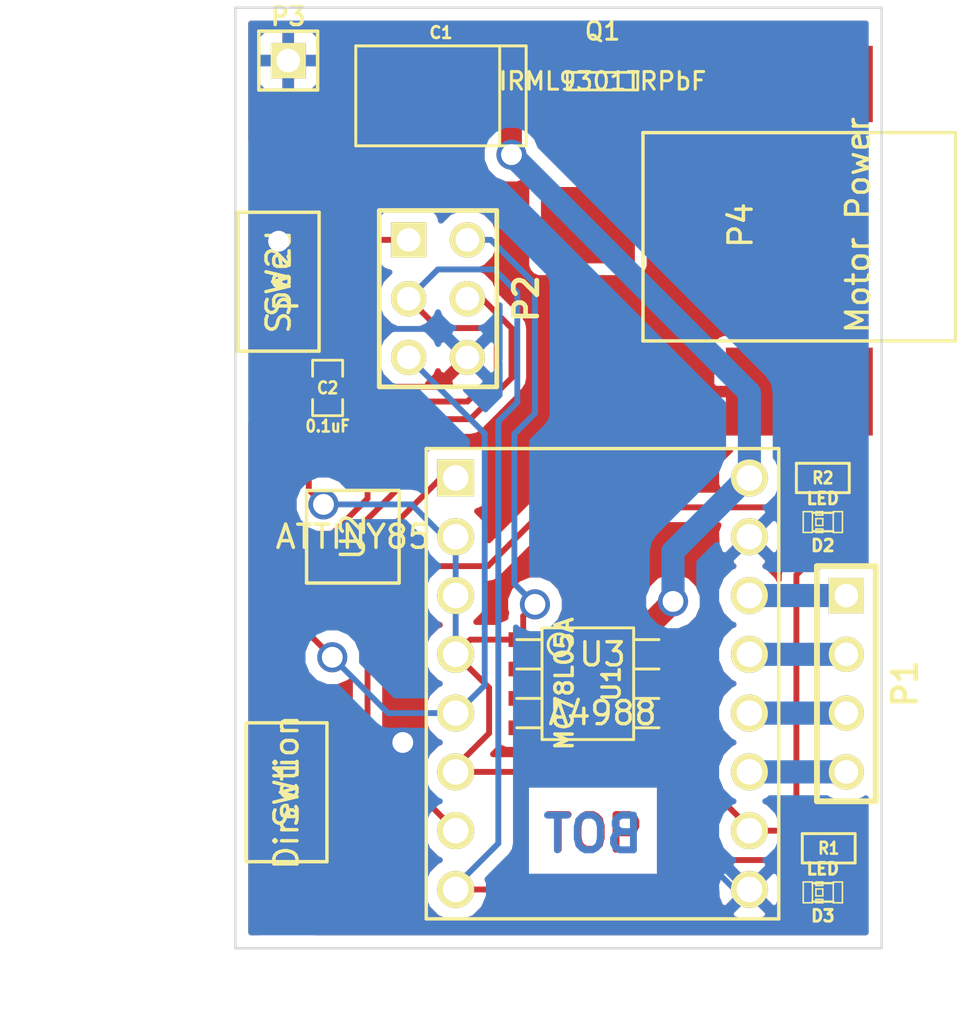
<source format=kicad_pcb>
(kicad_pcb (version 3) (host pcbnew "(2013-mar-30)-stable")

  (general
    (links 47)
    (no_connects 0)
    (area 218.060001 103.605854 260.073001 150.02)
    (thickness 1.6)
    (drawings 8)
    (tracks 171)
    (zones 0)
    (modules 16)
    (nets 17)
  )

  (page A3)
  (layers
    (15 F.Cu signal)
    (0 B.Cu signal)
    (16 B.Adhes user)
    (17 F.Adhes user)
    (18 B.Paste user)
    (19 F.Paste user)
    (20 B.SilkS user)
    (21 F.SilkS user)
    (22 B.Mask user)
    (23 F.Mask user)
    (24 Dwgs.User user)
    (25 Cmts.User user)
    (26 Eco1.User user)
    (27 Eco2.User user)
    (28 Edge.Cuts user)
  )

  (setup
    (last_trace_width 0.254)
    (trace_clearance 0.254)
    (zone_clearance 0.508)
    (zone_45_only no)
    (trace_min 0.254)
    (segment_width 0.2)
    (edge_width 0.1)
    (via_size 1.3)
    (via_drill 0.9)
    (via_min_size 0.889)
    (via_min_drill 0.508)
    (uvia_size 0.508)
    (uvia_drill 0.127)
    (uvias_allowed no)
    (uvia_min_size 0.508)
    (uvia_min_drill 0.127)
    (pcb_text_width 0.3)
    (pcb_text_size 1.5 1.5)
    (mod_edge_width 0.15)
    (mod_text_size 1 1)
    (mod_text_width 0.15)
    (pad_size 1.143 0.508)
    (pad_drill 0)
    (pad_to_mask_clearance 0)
    (aux_axis_origin 0 0)
    (visible_elements FFFFFFBF)
    (pcbplotparams
      (layerselection 281051137)
      (usegerberextensions true)
      (excludeedgelayer true)
      (linewidth 0)
      (plotframeref false)
      (viasonmask false)
      (mode 1)
      (useauxorigin false)
      (hpglpennumber 1)
      (hpglpenspeed 20)
      (hpglpendiameter 15)
      (hpglpenoverlay 2)
      (psnegative false)
      (psa4output false)
      (plotreference true)
      (plotvalue true)
      (plotothertext true)
      (plotinvisibletext false)
      (padsonsilk false)
      (subtractmaskfromsilk false)
      (outputformat 1)
      (mirror false)
      (drillshape 0)
      (scaleselection 1)
      (outputdirectory ""))
  )

  (net 0 "")
  (net 1 +12V)
  (net 2 +5V)
  (net 3 GND)
  (net 4 N-0000010)
  (net 5 N-0000011)
  (net 6 N-0000015)
  (net 7 N-0000016)
  (net 8 N-0000017)
  (net 9 N-0000018)
  (net 10 N-000003)
  (net 11 N-000004)
  (net 12 N-000005)
  (net 13 N-000006)
  (net 14 N-000007)
  (net 15 N-000008)
  (net 16 N-000009)

  (net_class Default "This is the default net class."
    (clearance 0.254)
    (trace_width 0.254)
    (via_dia 1.3)
    (via_drill 0.9)
    (uvia_dia 0.508)
    (uvia_drill 0.127)
    (add_net "")
    (add_net +5V)
    (add_net GND)
    (add_net N-0000010)
    (add_net N-0000011)
    (add_net N-000003)
    (add_net N-000004)
    (add_net N-000005)
    (add_net N-000006)
    (add_net N-000007)
    (add_net N-000008)
    (add_net N-000009)
  )

  (net_class motorpower ""
    (clearance 0.254)
    (trace_width 1)
    (via_dia 1.3)
    (via_drill 0.9)
    (uvia_dia 0.508)
    (uvia_drill 0.127)
    (add_net +12V)
    (add_net N-0000015)
    (add_net N-0000016)
    (add_net N-0000017)
    (add_net N-0000018)
  )

  (module so-8 (layer F.Cu) (tedit 48A6C16E) (tstamp 55ABC311)
    (at 243.84 133.35 270)
    (descr SO-8)
    (path /55ABA94B)
    (fp_text reference U1 (at 0 -1.016 270) (layer F.SilkS)
      (effects (font (size 0.7493 0.7493) (thickness 0.14986)))
    )
    (fp_text value MC78L05A (at 0 1.016 270) (layer F.SilkS)
      (effects (font (size 0.7493 0.7493) (thickness 0.14986)))
    )
    (fp_line (start -2.413 -1.9812) (end -2.413 1.9812) (layer F.SilkS) (width 0.127))
    (fp_line (start -2.413 1.9812) (end 2.413 1.9812) (layer F.SilkS) (width 0.127))
    (fp_line (start 2.413 1.9812) (end 2.413 -1.9812) (layer F.SilkS) (width 0.127))
    (fp_line (start 2.413 -1.9812) (end -2.413 -1.9812) (layer F.SilkS) (width 0.127))
    (fp_line (start -1.905 -1.9812) (end -1.905 -3.0734) (layer F.SilkS) (width 0.127))
    (fp_line (start -0.635 -1.9812) (end -0.635 -3.0734) (layer F.SilkS) (width 0.127))
    (fp_line (start 0.635 -1.9812) (end 0.635 -3.0734) (layer F.SilkS) (width 0.127))
    (fp_line (start 1.905 -3.0734) (end 1.905 -1.9812) (layer F.SilkS) (width 0.127))
    (fp_line (start 1.905 1.9812) (end 1.905 3.0734) (layer F.SilkS) (width 0.127))
    (fp_line (start 0.635 3.0734) (end 0.635 1.9812) (layer F.SilkS) (width 0.127))
    (fp_line (start -0.635 3.0734) (end -0.635 1.9812) (layer F.SilkS) (width 0.127))
    (fp_line (start -1.905 3.0734) (end -1.905 1.9812) (layer F.SilkS) (width 0.127))
    (fp_circle (center -1.6764 1.2446) (end -1.9558 1.6256) (layer F.SilkS) (width 0.127))
    (pad 1 smd rect (at -1.905 2.794 270) (size 0.635 1.27)
      (layers F.Cu F.Paste F.Mask)
      (net 2 +5V)
    )
    (pad 2 smd rect (at -0.635 2.794 270) (size 0.635 1.27)
      (layers F.Cu F.Paste F.Mask)
      (net 3 GND)
    )
    (pad 3 smd rect (at 0.635 2.794 270) (size 0.635 1.27)
      (layers F.Cu F.Paste F.Mask)
      (net 3 GND)
    )
    (pad 4 smd rect (at 1.905 2.794 270) (size 0.635 1.27)
      (layers F.Cu F.Paste F.Mask)
    )
    (pad 5 smd rect (at 1.905 -2.794 270) (size 0.635 1.27)
      (layers F.Cu F.Paste F.Mask)
    )
    (pad 6 smd rect (at 0.635 -2.794 270) (size 0.635 1.27)
      (layers F.Cu F.Paste F.Mask)
      (net 3 GND)
    )
    (pad 7 smd rect (at -0.635 -2.794 270) (size 0.635 1.27)
      (layers F.Cu F.Paste F.Mask)
      (net 3 GND)
    )
    (pad 8 smd rect (at -1.905 -2.794 270) (size 0.635 1.27)
      (layers F.Cu F.Paste F.Mask)
      (net 1 +12V)
    )
    (model smd/smd_dil/so-8.wrl
      (at (xyz 0 0 0))
      (scale (xyz 1 1 1))
      (rotate (xyz 0 0 0))
    )
  )

  (module SM0603_Capa (layer F.Cu) (tedit 5051B1EC) (tstamp 55ABC329)
    (at 232.59 120.57 90)
    (path /55ABA9B2)
    (attr smd)
    (fp_text reference C2 (at 0 0 180) (layer F.SilkS)
      (effects (font (size 0.508 0.4572) (thickness 0.1143)))
    )
    (fp_text value 0.1uF (at -1.651 0 180) (layer F.SilkS)
      (effects (font (size 0.508 0.4572) (thickness 0.1143)))
    )
    (fp_line (start 0.50038 0.65024) (end 1.19888 0.65024) (layer F.SilkS) (width 0.11938))
    (fp_line (start -0.50038 0.65024) (end -1.19888 0.65024) (layer F.SilkS) (width 0.11938))
    (fp_line (start 0.50038 -0.65024) (end 1.19888 -0.65024) (layer F.SilkS) (width 0.11938))
    (fp_line (start -1.19888 -0.65024) (end -0.50038 -0.65024) (layer F.SilkS) (width 0.11938))
    (fp_line (start 1.19888 -0.635) (end 1.19888 0.635) (layer F.SilkS) (width 0.11938))
    (fp_line (start -1.19888 0.635) (end -1.19888 -0.635) (layer F.SilkS) (width 0.11938))
    (pad 1 smd rect (at -0.762 0 90) (size 0.635 1.143)
      (layers F.Cu F.Paste F.Mask)
      (net 2 +5V)
    )
    (pad 2 smd rect (at 0.762 0 90) (size 0.635 1.143)
      (layers F.Cu F.Paste F.Mask)
      (net 3 GND)
    )
    (model smd\capacitors\C0603.wrl
      (at (xyz 0 0 0.001))
      (scale (xyz 0.5 0.5 0.5))
      (rotate (xyz 0 0 0))
    )
  )

  (module SM0603 (layer F.Cu) (tedit 4E43A3D1) (tstamp 55ABC333)
    (at 254.254 140.462)
    (path /55AE8D9C)
    (attr smd)
    (fp_text reference R1 (at 0 0) (layer F.SilkS)
      (effects (font (size 0.508 0.4572) (thickness 0.1143)))
    )
    (fp_text value 470 (at 0 0) (layer F.SilkS) hide
      (effects (font (size 0.508 0.4572) (thickness 0.1143)))
    )
    (fp_line (start -1.143 -0.635) (end 1.143 -0.635) (layer F.SilkS) (width 0.127))
    (fp_line (start 1.143 -0.635) (end 1.143 0.635) (layer F.SilkS) (width 0.127))
    (fp_line (start 1.143 0.635) (end -1.143 0.635) (layer F.SilkS) (width 0.127))
    (fp_line (start -1.143 0.635) (end -1.143 -0.635) (layer F.SilkS) (width 0.127))
    (pad 1 smd rect (at -0.762 0) (size 0.635 1.143)
      (layers F.Cu F.Paste F.Mask)
      (net 2 +5V)
    )
    (pad 2 smd rect (at 0.762 0) (size 0.635 1.143)
      (layers F.Cu F.Paste F.Mask)
      (net 16 N-000009)
    )
    (model smd\resistors\R0603.wrl
      (at (xyz 0 0 0.001))
      (scale (xyz 0.5 0.5 0.5))
      (rotate (xyz 0 0 0))
    )
  )

  (module PIN_ARRAY_4x1 (layer F.Cu) (tedit 4C10F42E) (tstamp 55ABC33F)
    (at 255.016 133.35 270)
    (descr "Double rangee de contacts 2 x 5 pins")
    (tags CONN)
    (path /55ABAB6A)
    (fp_text reference P1 (at 0 -2.54 270) (layer F.SilkS)
      (effects (font (size 1.016 1.016) (thickness 0.2032)))
    )
    (fp_text value Motor (at 0 2.54 270) (layer F.SilkS) hide
      (effects (font (size 1.016 1.016) (thickness 0.2032)))
    )
    (fp_line (start 5.08 1.27) (end -5.08 1.27) (layer F.SilkS) (width 0.254))
    (fp_line (start 5.08 -1.27) (end -5.08 -1.27) (layer F.SilkS) (width 0.254))
    (fp_line (start -5.08 -1.27) (end -5.08 1.27) (layer F.SilkS) (width 0.254))
    (fp_line (start 5.08 1.27) (end 5.08 -1.27) (layer F.SilkS) (width 0.254))
    (pad 1 thru_hole rect (at -3.81 0 270) (size 1.524 1.524) (drill 1.016)
      (layers *.Cu *.Mask F.SilkS)
      (net 7 N-0000016)
    )
    (pad 2 thru_hole circle (at -1.27 0 270) (size 1.524 1.524) (drill 1.016)
      (layers *.Cu *.Mask F.SilkS)
      (net 8 N-0000017)
    )
    (pad 3 thru_hole circle (at 1.27 0 270) (size 1.524 1.524) (drill 1.016)
      (layers *.Cu *.Mask F.SilkS)
      (net 9 N-0000018)
    )
    (pad 4 thru_hole circle (at 3.81 0 270) (size 1.524 1.524) (drill 1.016)
      (layers *.Cu *.Mask F.SilkS)
      (net 6 N-0000015)
    )
    (model pin_array\pins_array_4x1.wrl
      (at (xyz 0 0 0))
      (scale (xyz 1 1 1))
      (rotate (xyz 0 0 0))
    )
  )

  (module pin_array_3x2 (layer F.Cu) (tedit 42931587) (tstamp 55ABC34D)
    (at 237.363 116.713 270)
    (descr "Double rangee de contacts 2 x 4 pins")
    (tags CONN)
    (path /55ABAD9B)
    (fp_text reference P2 (at 0 -3.81 270) (layer F.SilkS)
      (effects (font (size 1.016 1.016) (thickness 0.2032)))
    )
    (fp_text value ISP (at 0 3.81 270) (layer F.SilkS) hide
      (effects (font (size 1.016 1.016) (thickness 0.2032)))
    )
    (fp_line (start 3.81 2.54) (end -3.81 2.54) (layer F.SilkS) (width 0.2032))
    (fp_line (start -3.81 -2.54) (end 3.81 -2.54) (layer F.SilkS) (width 0.2032))
    (fp_line (start 3.81 -2.54) (end 3.81 2.54) (layer F.SilkS) (width 0.2032))
    (fp_line (start -3.81 2.54) (end -3.81 -2.54) (layer F.SilkS) (width 0.2032))
    (pad 1 thru_hole rect (at -2.54 1.27 270) (size 1.524 1.524) (drill 1.016)
      (layers *.Cu *.Mask F.SilkS)
      (net 15 N-000008)
    )
    (pad 2 thru_hole circle (at -2.54 -1.27 270) (size 1.524 1.524) (drill 1.016)
      (layers *.Cu *.Mask F.SilkS)
      (net 2 +5V)
    )
    (pad 3 thru_hole circle (at 0 1.27 270) (size 1.524 1.524) (drill 1.016)
      (layers *.Cu *.Mask F.SilkS)
      (net 12 N-000005)
    )
    (pad 4 thru_hole circle (at 0 -1.27 270) (size 1.524 1.524) (drill 1.016)
      (layers *.Cu *.Mask F.SilkS)
      (net 13 N-000006)
    )
    (pad 5 thru_hole circle (at 2.54 1.27 270) (size 1.524 1.524) (drill 1.016)
      (layers *.Cu *.Mask F.SilkS)
      (net 10 N-000003)
    )
    (pad 6 thru_hole circle (at 2.54 -1.27 270) (size 1.524 1.524) (drill 1.016)
      (layers *.Cu *.Mask F.SilkS)
      (net 3 GND)
    )
    (model pin_array/pins_array_3x2.wrl
      (at (xyz 0 0 0))
      (scale (xyz 1 1 1))
      (rotate (xyz 0 0 0))
    )
  )

  (module c_tant_D (layer F.Cu) (tedit 4D5D91AD) (tstamp 55ABC36C)
    (at 237.49 107.95)
    (descr "SMT capacitor, tantalum size D")
    (path /55ABA96C)
    (fp_text reference C1 (at 0 -2.7305) (layer F.SilkS)
      (effects (font (size 0.50038 0.50038) (thickness 0.11938)))
    )
    (fp_text value 100u (at 0 2.7305) (layer F.SilkS) hide
      (effects (font (size 0.50038 0.50038) (thickness 0.11938)))
    )
    (fp_line (start 2.54 -2.159) (end 2.54 2.159) (layer F.SilkS) (width 0.127))
    (fp_line (start -3.683 -2.159) (end -3.683 2.159) (layer F.SilkS) (width 0.127))
    (fp_line (start -3.683 2.159) (end 3.683 2.159) (layer F.SilkS) (width 0.127))
    (fp_line (start 3.683 2.159) (end 3.683 -2.159) (layer F.SilkS) (width 0.127))
    (fp_line (start 3.683 -2.159) (end -3.683 -2.159) (layer F.SilkS) (width 0.127))
    (pad 1 smd rect (at 2.99974 0) (size 2.55016 2.70002)
      (layers F.Cu F.Paste F.Mask)
      (net 1 +12V)
    )
    (pad 2 smd rect (at -2.99974 0) (size 2.55016 3.79984)
      (layers F.Cu F.Paste F.Mask)
      (net 3 GND)
    )
    (model smd/capacitors/c_tant_D.wrl
      (at (xyz 0 0 0))
      (scale (xyz 1 1 1))
      (rotate (xyz 0 0 0))
    )
  )

  (module A4988 (layer F.Cu) (tedit 55ABC4FA) (tstamp 55ABC5CF)
    (at 244.475 133.35)
    (path /55ABA89C)
    (fp_text reference U3 (at 0 -1.27) (layer F.SilkS)
      (effects (font (size 1 1) (thickness 0.15)))
    )
    (fp_text value A4988 (at 0 1.27) (layer F.SilkS)
      (effects (font (size 1 1) (thickness 0.15)))
    )
    (fp_line (start -7.62 -10.16) (end 7.62 -10.16) (layer F.SilkS) (width 0.15))
    (fp_line (start 7.62 -10.16) (end 7.62 10.16) (layer F.SilkS) (width 0.15))
    (fp_line (start 7.62 10.16) (end -7.62 10.16) (layer F.SilkS) (width 0.15))
    (fp_line (start -7.62 10.16) (end -7.62 -10.16) (layer F.SilkS) (width 0.15))
    (pad 1 thru_hole rect (at -6.35 -8.89) (size 1.6 1.6) (drill 1.1)
      (layers *.Cu *.Mask F.SilkS)
      (net 14 N-000007)
    )
    (pad 2 thru_hole circle (at -6.35 -6.35) (size 1.6 1.6) (drill 1.1)
      (layers *.Cu *.Mask F.SilkS)
      (net 2 +5V)
    )
    (pad 3 thru_hole circle (at -6.35 -3.81) (size 1.6 1.6) (drill 1.1)
      (layers *.Cu *.Mask F.SilkS)
      (net 2 +5V)
    )
    (pad 4 thru_hole circle (at -6.35 -1.27) (size 1.6 1.6) (drill 1.1)
      (layers *.Cu *.Mask F.SilkS)
      (net 2 +5V)
    )
    (pad 5 thru_hole circle (at -6.35 1.27) (size 1.6 1.6) (drill 1.1)
      (layers *.Cu *.Mask F.SilkS)
      (net 10 N-000003)
    )
    (pad 6 thru_hole circle (at -6.35 3.81) (size 1.6 1.6) (drill 1.1)
      (layers *.Cu *.Mask F.SilkS)
      (net 2 +5V)
    )
    (pad 7 thru_hole circle (at -6.35 6.35) (size 1.6 1.6) (drill 1.1)
      (layers *.Cu *.Mask F.SilkS)
      (net 4 N-0000010)
    )
    (pad 8 thru_hole circle (at -6.35 8.89) (size 1.6 1.6) (drill 1.1)
      (layers *.Cu *.Mask F.SilkS)
      (net 12 N-000005)
    )
    (pad 9 thru_hole circle (at 6.35 8.89) (size 1.6 1.6) (drill 1.1)
      (layers *.Cu *.Mask F.SilkS)
      (net 3 GND)
    )
    (pad 10 thru_hole circle (at 6.35 6.35) (size 1.6 1.6) (drill 1.1)
      (layers *.Cu *.Mask F.SilkS)
      (net 2 +5V)
    )
    (pad 11 thru_hole circle (at 6.35 3.81) (size 1.6 1.6) (drill 1.1)
      (layers *.Cu *.Mask F.SilkS)
      (net 6 N-0000015)
    )
    (pad 12 thru_hole circle (at 6.35 1.27) (size 1.6 1.6) (drill 1.1)
      (layers *.Cu *.Mask F.SilkS)
      (net 9 N-0000018)
    )
    (pad 13 thru_hole circle (at 6.35 -1.27) (size 1.6 1.6) (drill 1.1)
      (layers *.Cu *.Mask F.SilkS)
      (net 8 N-0000017)
    )
    (pad 14 thru_hole circle (at 6.35 -3.81) (size 1.6 1.6) (drill 1.1)
      (layers *.Cu *.Mask F.SilkS)
      (net 7 N-0000016)
    )
    (pad 15 thru_hole circle (at 6.35 -6.35) (size 1.6 1.6) (drill 1.1)
      (layers *.Cu *.Mask F.SilkS)
      (net 3 GND)
    )
    (pad 16 thru_hole circle (at 6.35 -8.89) (size 1.6 1.6) (drill 1.1)
      (layers *.Cu *.Mask F.SilkS)
      (net 1 +12V)
    )
  )

  (module SM0603 (layer F.Cu) (tedit 4E43A3D1) (tstamp 55ABC9A3)
    (at 254 124.46 180)
    (path /55ABC93C)
    (attr smd)
    (fp_text reference R2 (at 0 0 180) (layer F.SilkS)
      (effects (font (size 0.508 0.4572) (thickness 0.1143)))
    )
    (fp_text value 1k (at 0 0 180) (layer F.SilkS) hide
      (effects (font (size 0.508 0.4572) (thickness 0.1143)))
    )
    (fp_line (start -1.143 -0.635) (end 1.143 -0.635) (layer F.SilkS) (width 0.127))
    (fp_line (start 1.143 -0.635) (end 1.143 0.635) (layer F.SilkS) (width 0.127))
    (fp_line (start 1.143 0.635) (end -1.143 0.635) (layer F.SilkS) (width 0.127))
    (fp_line (start -1.143 0.635) (end -1.143 -0.635) (layer F.SilkS) (width 0.127))
    (pad 1 smd rect (at -0.762 0 180) (size 0.635 1.143)
      (layers F.Cu F.Paste F.Mask)
      (net 2 +5V)
    )
    (pad 2 smd rect (at 0.762 0 180) (size 0.635 1.143)
      (layers F.Cu F.Paste F.Mask)
      (net 5 N-0000011)
    )
    (model smd\resistors\R0603.wrl
      (at (xyz 0 0 0.001))
      (scale (xyz 0.5 0.5 0.5))
      (rotate (xyz 0 0 0))
    )
  )

  (module LED-0603 (layer F.Cu) (tedit 4E16AFB4) (tstamp 55ABC9BF)
    (at 254 126.365 180)
    (descr "LED 0603 smd package")
    (tags "LED led 0603 SMD smd SMT smt smdled SMDLED smtled SMTLED")
    (path /55ABC91D)
    (attr smd)
    (fp_text reference D2 (at 0 -1.016 180) (layer F.SilkS)
      (effects (font (size 0.508 0.508) (thickness 0.127)))
    )
    (fp_text value LED (at 0 1.016 180) (layer F.SilkS)
      (effects (font (size 0.508 0.508) (thickness 0.127)))
    )
    (fp_line (start 0.44958 -0.44958) (end 0.44958 0.44958) (layer F.SilkS) (width 0.06604))
    (fp_line (start 0.44958 0.44958) (end 0.84836 0.44958) (layer F.SilkS) (width 0.06604))
    (fp_line (start 0.84836 -0.44958) (end 0.84836 0.44958) (layer F.SilkS) (width 0.06604))
    (fp_line (start 0.44958 -0.44958) (end 0.84836 -0.44958) (layer F.SilkS) (width 0.06604))
    (fp_line (start -0.84836 -0.44958) (end -0.84836 0.44958) (layer F.SilkS) (width 0.06604))
    (fp_line (start -0.84836 0.44958) (end -0.44958 0.44958) (layer F.SilkS) (width 0.06604))
    (fp_line (start -0.44958 -0.44958) (end -0.44958 0.44958) (layer F.SilkS) (width 0.06604))
    (fp_line (start -0.84836 -0.44958) (end -0.44958 -0.44958) (layer F.SilkS) (width 0.06604))
    (fp_line (start 0 -0.44958) (end 0 -0.29972) (layer F.SilkS) (width 0.06604))
    (fp_line (start 0 -0.29972) (end 0.29972 -0.29972) (layer F.SilkS) (width 0.06604))
    (fp_line (start 0.29972 -0.44958) (end 0.29972 -0.29972) (layer F.SilkS) (width 0.06604))
    (fp_line (start 0 -0.44958) (end 0.29972 -0.44958) (layer F.SilkS) (width 0.06604))
    (fp_line (start 0 0.29972) (end 0 0.44958) (layer F.SilkS) (width 0.06604))
    (fp_line (start 0 0.44958) (end 0.29972 0.44958) (layer F.SilkS) (width 0.06604))
    (fp_line (start 0.29972 0.29972) (end 0.29972 0.44958) (layer F.SilkS) (width 0.06604))
    (fp_line (start 0 0.29972) (end 0.29972 0.29972) (layer F.SilkS) (width 0.06604))
    (fp_line (start 0 -0.14986) (end 0 0.14986) (layer F.SilkS) (width 0.06604))
    (fp_line (start 0 0.14986) (end 0.29972 0.14986) (layer F.SilkS) (width 0.06604))
    (fp_line (start 0.29972 -0.14986) (end 0.29972 0.14986) (layer F.SilkS) (width 0.06604))
    (fp_line (start 0 -0.14986) (end 0.29972 -0.14986) (layer F.SilkS) (width 0.06604))
    (fp_line (start 0.44958 -0.39878) (end -0.44958 -0.39878) (layer F.SilkS) (width 0.1016))
    (fp_line (start 0.44958 0.39878) (end -0.44958 0.39878) (layer F.SilkS) (width 0.1016))
    (pad 1 smd rect (at -0.7493 0 180) (size 0.79756 0.79756)
      (layers F.Cu F.Paste F.Mask)
      (net 5 N-0000011)
    )
    (pad 2 smd rect (at 0.7493 0 180) (size 0.79756 0.79756)
      (layers F.Cu F.Paste F.Mask)
      (net 4 N-0000010)
    )
  )

  (module SOT23GDS (layer F.Cu) (tedit 50911E03) (tstamp 55ABD986)
    (at 244.475 107.315)
    (descr "Module CMS SOT23 Transistore EBC")
    (tags "CMS SOT")
    (path /55ABD39E)
    (attr smd)
    (fp_text reference Q1 (at 0 -2.159) (layer F.SilkS)
      (effects (font (size 0.762 0.762) (thickness 0.12954)))
    )
    (fp_text value IRML9301TRPbF (at 0 0) (layer F.SilkS)
      (effects (font (size 0.762 0.762) (thickness 0.12954)))
    )
    (fp_line (start -1.524 -0.381) (end 1.524 -0.381) (layer F.SilkS) (width 0.11938))
    (fp_line (start 1.524 -0.381) (end 1.524 0.381) (layer F.SilkS) (width 0.11938))
    (fp_line (start 1.524 0.381) (end -1.524 0.381) (layer F.SilkS) (width 0.11938))
    (fp_line (start -1.524 0.381) (end -1.524 -0.381) (layer F.SilkS) (width 0.11938))
    (pad S smd rect (at -0.889 -1.016) (size 0.9144 0.9144)
      (layers F.Cu F.Paste F.Mask)
      (net 1 +12V)
    )
    (pad G smd rect (at 0.889 -1.016) (size 0.9144 0.9144)
      (layers F.Cu F.Paste F.Mask)
      (net 3 GND)
    )
    (pad D smd rect (at 0 1.016) (size 0.9144 0.9144)
      (layers F.Cu F.Paste F.Mask)
      (net 11 N-000004)
    )
    (model smd/cms_sot23.wrl
      (at (xyz 0 0 0))
      (scale (xyz 0.13 0.15 0.15))
      (rotate (xyz 0 0 0))
    )
  )

  (module Power (layer F.Cu) (tedit 55ABD909) (tstamp 55ABD991)
    (at 252.984 113.538 90)
    (path /55ABB8F5)
    (fp_text reference P4 (at 0 -2.54 90) (layer F.SilkS)
      (effects (font (size 1 1) (thickness 0.15)))
    )
    (fp_text value "Motor Power" (at 0 2.54 90) (layer F.SilkS)
      (effects (font (size 1 1) (thickness 0.15)))
    )
    (fp_line (start -5 -6.76) (end 4 -6.76) (layer F.SilkS) (width 0.15))
    (fp_line (start 4 -6.76) (end 4 6.76) (layer F.SilkS) (width 0.15))
    (fp_line (start 4 6.76) (end -5 6.76) (layer F.SilkS) (width 0.15))
    (fp_line (start -5 6.76) (end -5 -6.76) (layer F.SilkS) (width 0.15))
    (pad 2 smd rect (at -7.19 0 90) (size 3.8 6.35)
      (layers F.Cu F.Paste F.Mask)
      (net 3 GND)
    )
    (pad 1 smd rect (at 0 -9.14 90) (size 3.3 4.06)
      (layers F.Cu F.Paste F.Mask)
      (net 11 N-000004)
    )
    (pad 2 smd rect (at 6.1 0 90) (size 3.3 6.35)
      (layers F.Cu F.Paste F.Mask)
      (net 3 GND)
    )
  )

  (module LED-0603 (layer F.Cu) (tedit 4E16AFB4) (tstamp 55AE8E2E)
    (at 254 142.367 180)
    (descr "LED 0603 smd package")
    (tags "LED led 0603 SMD smd SMT smt smdled SMDLED smtled SMTLED")
    (path /55AE8DAB)
    (attr smd)
    (fp_text reference D3 (at 0 -1.016 180) (layer F.SilkS)
      (effects (font (size 0.508 0.508) (thickness 0.127)))
    )
    (fp_text value LED (at 0 1.016 180) (layer F.SilkS)
      (effects (font (size 0.508 0.508) (thickness 0.127)))
    )
    (fp_line (start 0.44958 -0.44958) (end 0.44958 0.44958) (layer F.SilkS) (width 0.06604))
    (fp_line (start 0.44958 0.44958) (end 0.84836 0.44958) (layer F.SilkS) (width 0.06604))
    (fp_line (start 0.84836 -0.44958) (end 0.84836 0.44958) (layer F.SilkS) (width 0.06604))
    (fp_line (start 0.44958 -0.44958) (end 0.84836 -0.44958) (layer F.SilkS) (width 0.06604))
    (fp_line (start -0.84836 -0.44958) (end -0.84836 0.44958) (layer F.SilkS) (width 0.06604))
    (fp_line (start -0.84836 0.44958) (end -0.44958 0.44958) (layer F.SilkS) (width 0.06604))
    (fp_line (start -0.44958 -0.44958) (end -0.44958 0.44958) (layer F.SilkS) (width 0.06604))
    (fp_line (start -0.84836 -0.44958) (end -0.44958 -0.44958) (layer F.SilkS) (width 0.06604))
    (fp_line (start 0 -0.44958) (end 0 -0.29972) (layer F.SilkS) (width 0.06604))
    (fp_line (start 0 -0.29972) (end 0.29972 -0.29972) (layer F.SilkS) (width 0.06604))
    (fp_line (start 0.29972 -0.44958) (end 0.29972 -0.29972) (layer F.SilkS) (width 0.06604))
    (fp_line (start 0 -0.44958) (end 0.29972 -0.44958) (layer F.SilkS) (width 0.06604))
    (fp_line (start 0 0.29972) (end 0 0.44958) (layer F.SilkS) (width 0.06604))
    (fp_line (start 0 0.44958) (end 0.29972 0.44958) (layer F.SilkS) (width 0.06604))
    (fp_line (start 0.29972 0.29972) (end 0.29972 0.44958) (layer F.SilkS) (width 0.06604))
    (fp_line (start 0 0.29972) (end 0.29972 0.29972) (layer F.SilkS) (width 0.06604))
    (fp_line (start 0 -0.14986) (end 0 0.14986) (layer F.SilkS) (width 0.06604))
    (fp_line (start 0 0.14986) (end 0.29972 0.14986) (layer F.SilkS) (width 0.06604))
    (fp_line (start 0.29972 -0.14986) (end 0.29972 0.14986) (layer F.SilkS) (width 0.06604))
    (fp_line (start 0 -0.14986) (end 0.29972 -0.14986) (layer F.SilkS) (width 0.06604))
    (fp_line (start 0.44958 -0.39878) (end -0.44958 -0.39878) (layer F.SilkS) (width 0.1016))
    (fp_line (start 0.44958 0.39878) (end -0.44958 0.39878) (layer F.SilkS) (width 0.1016))
    (pad 1 smd rect (at -0.7493 0 180) (size 0.79756 0.79756)
      (layers F.Cu F.Paste F.Mask)
      (net 16 N-000009)
    )
    (pad 2 smd rect (at 0.7493 0 180) (size 0.79756 0.79756)
      (layers F.Cu F.Paste F.Mask)
      (net 12 N-000005)
    )
  )

  (module FSM-SM (layer F.Cu) (tedit 55AE9BAA) (tstamp 55AE9BFA)
    (at 230.47 115.98 90)
    (path /55AE8C01)
    (fp_text reference SW2 (at 0 0 90) (layer F.SilkS)
      (effects (font (size 1 1) (thickness 0.15)))
    )
    (fp_text value Speed (at 0 0 90) (layer F.SilkS)
      (effects (font (size 1 1) (thickness 0.15)))
    )
    (fp_line (start -3 -1.75) (end -3 1.75) (layer F.SilkS) (width 0.15))
    (fp_line (start -3 1.75) (end 3 1.75) (layer F.SilkS) (width 0.15))
    (fp_line (start 3 1.75) (end 3 -1.75) (layer F.SilkS) (width 0.15))
    (fp_line (start 3 -1.75) (end -3 -1.75) (layer F.SilkS) (width 0.15))
    (pad 1 smd rect (at -4.55 0 90) (size 2.1 1.6)
      (layers F.Cu F.Paste F.Mask)
      (net 15 N-000008)
    )
    (pad 2 smd rect (at 4.55 0 90) (size 2.1 1.6)
      (layers F.Cu F.Paste F.Mask)
      (net 3 GND)
    )
  )

  (module FSM-SM (layer F.Cu) (tedit 55AE9BAA) (tstamp 55AE9C04)
    (at 230.81 138.04 270)
    (path /55AE8C10)
    (fp_text reference SW1 (at 0 0 270) (layer F.SilkS)
      (effects (font (size 1 1) (thickness 0.15)))
    )
    (fp_text value Direction (at 0 0 270) (layer F.SilkS)
      (effects (font (size 1 1) (thickness 0.15)))
    )
    (fp_line (start -3 -1.75) (end -3 1.75) (layer F.SilkS) (width 0.15))
    (fp_line (start -3 1.75) (end 3 1.75) (layer F.SilkS) (width 0.15))
    (fp_line (start 3 1.75) (end 3 -1.75) (layer F.SilkS) (width 0.15))
    (fp_line (start 3 -1.75) (end -3 -1.75) (layer F.SilkS) (width 0.15))
    (pad 1 smd rect (at -4.55 0 270) (size 2.1 1.6)
      (layers F.Cu F.Paste F.Mask)
      (net 13 N-000006)
    )
    (pad 2 smd rect (at 4.55 0 270) (size 2.1 1.6)
      (layers F.Cu F.Paste F.Mask)
      (net 3 GND)
    )
  )

  (module PIN_ARRAY_1 (layer F.Cu) (tedit 4E4E744E) (tstamp 55CC92F0)
    (at 230.886 106.426)
    (descr "1 pin")
    (tags "CONN DEV")
    (path /55CC91EB)
    (fp_text reference P3 (at 0 -1.905) (layer F.SilkS)
      (effects (font (size 0.762 0.762) (thickness 0.1524)))
    )
    (fp_text value GND (at 0 -1.905) (layer F.SilkS) hide
      (effects (font (size 0.762 0.762) (thickness 0.1524)))
    )
    (fp_line (start 1.27 1.27) (end -1.27 1.27) (layer F.SilkS) (width 0.1524))
    (fp_line (start -1.27 -1.27) (end 1.27 -1.27) (layer F.SilkS) (width 0.1524))
    (fp_line (start -1.27 1.27) (end -1.27 -1.27) (layer F.SilkS) (width 0.1524))
    (fp_line (start 1.27 -1.27) (end 1.27 1.27) (layer F.SilkS) (width 0.1524))
    (pad 1 thru_hole rect (at 0 0) (size 1.524 1.524) (drill 1.016)
      (layers *.Cu *.Mask F.SilkS)
      (net 3 GND)
    )
    (model pin_array\pin_1.wrl
      (at (xyz 0 0 0))
      (scale (xyz 1 1 1))
      (rotate (xyz 0 0 0))
    )
  )

  (module SOIC8W (layer F.Cu) (tedit 55CCAC32) (tstamp 55CCAC70)
    (at 233.68 127 90)
    (path /55ABA5C6)
    (fp_text reference U2 (at 0 0 90) (layer F.SilkS)
      (effects (font (size 1 1) (thickness 0.15)))
    )
    (fp_text value ATTINY85 (at 0 0 180) (layer F.SilkS)
      (effects (font (size 1 1) (thickness 0.15)))
    )
    (fp_line (start -2 2) (end 2 2) (layer F.SilkS) (width 0.15))
    (fp_line (start 2 2) (end 2 -2) (layer F.SilkS) (width 0.15))
    (fp_line (start 2 -2) (end -2 -2) (layer F.SilkS) (width 0.15))
    (fp_line (start -2 -2) (end -2 2) (layer F.SilkS) (width 0.15))
    (pad 1 smd rect (at -3.275 -1.905 90) (size 1.143 0.508)
      (layers F.Cu F.Paste F.Mask)
      (net 10 N-000003)
    )
    (pad 2 smd rect (at -3.275 -0.635 90) (size 1.143 0.508)
      (layers F.Cu F.Paste F.Mask)
      (net 14 N-000007)
    )
    (pad 3 smd rect (at -3.275 0.635 90) (size 1.143 0.508)
      (layers F.Cu F.Paste F.Mask)
      (net 4 N-0000010)
    )
    (pad 4 smd rect (at -3.275 1.905 90) (size 1.143 0.508)
      (layers F.Cu F.Paste F.Mask)
      (net 3 GND)
    )
    (pad 5 smd rect (at 3.275 1.905 90) (size 1.143 0.508)
      (layers F.Cu F.Paste F.Mask)
      (net 13 N-000006)
    )
    (pad 6 smd rect (at 3.275 0.635 90) (size 1.143 0.508)
      (layers F.Cu F.Paste F.Mask)
      (net 15 N-000008)
    )
    (pad 7 smd rect (at 3.275 -0.635 90) (size 1.143 0.508)
      (layers F.Cu F.Paste F.Mask)
      (net 12 N-000005)
    )
    (pad 8 smd rect (at 3.275 -1.905 90) (size 1.143 0.508)
      (layers F.Cu F.Paste F.Mask)
      (net 2 +5V)
    )
  )

  (dimension 40.64 (width 0.3) (layer Cmts.User)
    (gr_text "40.640 mm" (at 224.71 124.46 90) (layer Cmts.User)
      (effects (font (size 1.5 1.5) (thickness 0.3)))
    )
    (feature1 (pts (xy 227.965 104.14) (xy 223.36 104.14)))
    (feature2 (pts (xy 227.965 144.78) (xy 223.36 144.78)))
    (crossbar (pts (xy 226.06 144.78) (xy 226.06 104.14)))
    (arrow1a (pts (xy 226.06 104.14) (xy 226.64642 105.266503)))
    (arrow1b (pts (xy 226.06 104.14) (xy 225.47358 105.266503)))
    (arrow2a (pts (xy 226.06 144.78) (xy 226.64642 143.653497)))
    (arrow2b (pts (xy 226.06 144.78) (xy 225.47358 143.653497)))
  )
  (dimension 27.94 (width 0.3) (layer Cmts.User)
    (gr_text "27.940 mm" (at 242.57 148.669999) (layer Cmts.User)
      (effects (font (size 1.5 1.5) (thickness 0.3)))
    )
    (feature1 (pts (xy 256.54 145.415) (xy 256.54 150.019999)))
    (feature2 (pts (xy 228.6 145.415) (xy 228.6 150.019999)))
    (crossbar (pts (xy 228.6 147.319999) (xy 256.54 147.319999)))
    (arrow1a (pts (xy 256.54 147.319999) (xy 255.413497 147.906419)))
    (arrow1b (pts (xy 256.54 147.319999) (xy 255.413497 146.733579)))
    (arrow2a (pts (xy 228.6 147.319999) (xy 229.726503 147.906419)))
    (arrow2b (pts (xy 228.6 147.319999) (xy 229.726503 146.733579)))
  )
  (gr_text BOT (at 244.06 139.85) (layer B.Cu)
    (effects (font (size 1.5 1.5) (thickness 0.3)) (justify mirror))
  )
  (gr_text TOP (at 244.094 139.827) (layer F.Cu)
    (effects (font (size 1.5 1.5) (thickness 0.3)))
  )
  (gr_line (start 228.6 104.14) (end 228.6 144.78) (angle 90) (layer Edge.Cuts) (width 0.1))
  (gr_line (start 256.54 104.14) (end 228.6 104.14) (angle 90) (layer Edge.Cuts) (width 0.1))
  (gr_line (start 256.54 144.78) (end 256.54 104.14) (angle 90) (layer Edge.Cuts) (width 0.1))
  (gr_line (start 228.6 144.78) (end 256.54 144.78) (angle 90) (layer Edge.Cuts) (width 0.1))

  (segment (start 250.825 124.46) (end 250.698 124.46) (width 1) (layer B.Cu) (net 1))
  (segment (start 246.634 130.683) (end 246.634 131.445) (width 1) (layer F.Cu) (net 1) (tstamp 5652CDBD))
  (segment (start 247.523 129.794) (end 246.634 130.683) (width 1) (layer F.Cu) (net 1) (tstamp 5652CDBC))
  (via (at 247.523 129.794) (size 1.3) (layers F.Cu B.Cu) (net 1))
  (segment (start 247.523 127.635) (end 247.523 129.794) (width 1) (layer B.Cu) (net 1) (tstamp 5652CDAD))
  (segment (start 250.698 124.46) (end 247.523 127.635) (width 1) (layer B.Cu) (net 1) (tstamp 5652CDA9))
  (segment (start 240.48974 107.95) (end 240.48974 110.44174) (width 1) (layer F.Cu) (net 1))
  (segment (start 250.825 120.777) (end 250.825 124.46) (width 1) (layer B.Cu) (net 1) (tstamp 55CC91AC))
  (segment (start 240.538 110.49) (end 250.825 120.777) (width 1) (layer B.Cu) (net 1) (tstamp 55CC91AB))
  (via (at 240.538 110.49) (size 1.3) (layers F.Cu B.Cu) (net 1))
  (segment (start 240.48974 110.44174) (end 240.538 110.49) (width 1) (layer F.Cu) (net 1) (tstamp 55CC91A5))
  (segment (start 243.586 106.299) (end 242.14074 106.299) (width 1) (layer F.Cu) (net 1))
  (segment (start 242.14074 106.299) (end 240.48974 107.95) (width 1) (layer F.Cu) (net 1) (tstamp 55ABE216))
  (segment (start 254.762 124.46) (end 255.143 124.46) (width 0.254) (layer F.Cu) (net 2))
  (segment (start 252.857 139.573) (end 252.73 139.7) (width 0.254) (layer F.Cu) (net 2) (tstamp 5652CDFA))
  (segment (start 252.857 128.651) (end 252.857 139.573) (width 0.254) (layer F.Cu) (net 2) (tstamp 5652CDF8))
  (segment (start 253.746 127.762) (end 252.857 128.651) (width 0.254) (layer F.Cu) (net 2) (tstamp 5652CDF5))
  (segment (start 255.016 127.762) (end 253.746 127.762) (width 0.254) (layer F.Cu) (net 2) (tstamp 5652CDF4))
  (segment (start 255.778 127) (end 255.016 127.762) (width 0.254) (layer F.Cu) (net 2) (tstamp 5652CDF2))
  (segment (start 255.778 125.095) (end 255.778 127) (width 0.254) (layer F.Cu) (net 2) (tstamp 5652CDF0))
  (segment (start 255.143 124.46) (end 255.778 125.095) (width 0.254) (layer F.Cu) (net 2) (tstamp 5652CDEE))
  (segment (start 238.633 114.173) (end 239.649 114.173) (width 0.254) (layer B.Cu) (net 2))
  (segment (start 241.046 130.429) (end 241.046 131.445) (width 0.254) (layer F.Cu) (net 2) (tstamp 5652CC88))
  (segment (start 241.554 129.921) (end 241.046 130.429) (width 0.254) (layer F.Cu) (net 2) (tstamp 5652CC87))
  (via (at 241.554 129.921) (size 1.3) (layers F.Cu B.Cu) (net 2))
  (segment (start 240.665 129.032) (end 241.554 129.921) (width 0.254) (layer B.Cu) (net 2) (tstamp 5652CC7E))
  (segment (start 240.665 122.555) (end 240.665 129.032) (width 0.254) (layer B.Cu) (net 2) (tstamp 5652CC7A))
  (segment (start 241.554 121.666) (end 240.665 122.555) (width 0.254) (layer B.Cu) (net 2) (tstamp 5652CC77))
  (segment (start 241.554 116.078) (end 241.554 121.666) (width 0.254) (layer B.Cu) (net 2) (tstamp 5652CC75))
  (segment (start 239.649 114.173) (end 241.554 116.078) (width 0.254) (layer B.Cu) (net 2) (tstamp 5652CC71))
  (segment (start 241.046 131.445) (end 238.76 131.445) (width 0.254) (layer F.Cu) (net 2))
  (segment (start 238.76 131.445) (end 238.125 132.08) (width 0.254) (layer F.Cu) (net 2) (tstamp 5652CC38))
  (segment (start 231.775 123.725) (end 231.775 124.968) (width 0.254) (layer F.Cu) (net 2))
  (segment (start 237.617 127) (end 238.125 127) (width 0.254) (layer B.Cu) (net 2) (tstamp 55CCACEC))
  (segment (start 236.22 125.603) (end 237.617 127) (width 0.254) (layer B.Cu) (net 2) (tstamp 55CCACE5))
  (segment (start 235.331 125.603) (end 236.22 125.603) (width 0.254) (layer B.Cu) (net 2) (tstamp 55CCACE4))
  (segment (start 232.41 125.603) (end 235.331 125.603) (width 0.254) (layer B.Cu) (net 2) (tstamp 55CCACE3))
  (via (at 232.41 125.603) (size 1.3) (layers F.Cu B.Cu) (net 2))
  (segment (start 231.775 124.968) (end 232.41 125.603) (width 0.254) (layer F.Cu) (net 2) (tstamp 55CCACDF))
  (segment (start 231.775 123.725) (end 231.775 122.809) (width 0.254) (layer F.Cu) (net 2))
  (segment (start 232.59 121.994) (end 232.59 121.332) (width 0.254) (layer F.Cu) (net 2) (tstamp 55CCACD8))
  (segment (start 231.775 122.809) (end 232.59 121.994) (width 0.254) (layer F.Cu) (net 2) (tstamp 55CCACD6))
  (segment (start 238.125 137.16) (end 238.125 136.935) (width 0.254) (layer F.Cu) (net 2))
  (segment (start 238.125 136.935) (end 239.57 135.49) (width 0.254) (layer F.Cu) (net 2) (tstamp 55AEAB94))
  (segment (start 239.57 135.49) (end 239.57 133.525) (width 0.254) (layer F.Cu) (net 2) (tstamp 55AEAB98))
  (segment (start 239.57 133.525) (end 238.125 132.08) (width 0.254) (layer F.Cu) (net 2) (tstamp 55AEAB9A))
  (segment (start 238.125 129.54) (end 238.125 127) (width 0.254) (layer B.Cu) (net 2))
  (segment (start 238.125 137.16) (end 248.412 137.16) (width 0.254) (layer F.Cu) (net 2))
  (segment (start 250.825 139.573) (end 250.825 139.7) (width 0.254) (layer F.Cu) (net 2) (tstamp 55AEA0F7))
  (segment (start 248.412 137.16) (end 250.825 139.573) (width 0.254) (layer F.Cu) (net 2) (tstamp 55AEA0F0))
  (segment (start 250.825 139.7) (end 252.73 139.7) (width 0.254) (layer F.Cu) (net 2))
  (segment (start 252.73 139.7) (end 253.492 140.462) (width 0.254) (layer F.Cu) (net 2) (tstamp 55AEA0D6))
  (segment (start 238.125 132.08) (end 238.125 129.54) (width 0.254) (layer B.Cu) (net 2))
  (segment (start 235.585 130.275) (end 235.585 135.636) (width 0.254) (layer F.Cu) (net 3))
  (segment (start 249.047 144.018) (end 250.825 142.24) (width 0.254) (layer B.Cu) (net 3) (tstamp 55CCADCD))
  (segment (start 236.347 144.018) (end 249.047 144.018) (width 0.254) (layer B.Cu) (net 3) (tstamp 55CCADC9))
  (segment (start 235.204 142.875) (end 236.347 144.018) (width 0.254) (layer B.Cu) (net 3) (tstamp 55CCADC5))
  (segment (start 235.204 136.525) (end 235.204 142.875) (width 0.254) (layer B.Cu) (net 3) (tstamp 55CCADB3))
  (segment (start 235.839 135.89) (end 235.204 136.525) (width 0.254) (layer B.Cu) (net 3) (tstamp 55CCADB2))
  (via (at 235.839 135.89) (size 1.3) (layers F.Cu B.Cu) (net 3))
  (segment (start 235.585 135.636) (end 235.839 135.89) (width 0.254) (layer F.Cu) (net 3) (tstamp 55CCADA7))
  (segment (start 234.49026 107.95) (end 230.886 107.95) (width 0.254) (layer F.Cu) (net 3))
  (segment (start 230.47 111.43) (end 230.47 109.636) (width 0.254) (layer F.Cu) (net 3))
  (segment (start 230.886 109.22) (end 230.886 107.95) (width 0.254) (layer F.Cu) (net 3) (tstamp 55CC9318))
  (segment (start 230.886 107.95) (end 230.886 106.426) (width 0.254) (layer F.Cu) (net 3) (tstamp 55CC9320))
  (segment (start 230.47 109.636) (end 230.886 109.22) (width 0.254) (layer F.Cu) (net 3) (tstamp 55CC9317))
  (segment (start 252.984 107.438) (end 252.984 120.728) (width 0.254) (layer F.Cu) (net 3))
  (segment (start 245.364 106.299) (end 247.015 106.299) (width 0.254) (layer F.Cu) (net 3))
  (segment (start 247.9 107.438) (end 252.984 107.438) (width 0.254) (layer F.Cu) (net 3) (tstamp 55CC9133))
  (segment (start 247.65 107.188) (end 247.9 107.438) (width 0.254) (layer F.Cu) (net 3) (tstamp 55CC9131))
  (segment (start 247.65 106.934) (end 247.65 107.188) (width 0.254) (layer F.Cu) (net 3) (tstamp 55CC9130))
  (segment (start 247.015 106.299) (end 247.65 106.934) (width 0.254) (layer F.Cu) (net 3) (tstamp 55CC912F))
  (segment (start 230.81 142.59) (end 233.776 142.59) (width 0.254) (layer F.Cu) (net 3))
  (segment (start 249.047 144.018) (end 250.825 142.24) (width 0.254) (layer F.Cu) (net 3) (tstamp 55CC7110))
  (segment (start 235.204 144.018) (end 249.047 144.018) (width 0.254) (layer F.Cu) (net 3) (tstamp 55CC710E))
  (segment (start 233.776 142.59) (end 235.204 144.018) (width 0.254) (layer F.Cu) (net 3) (tstamp 55CC710C))
  (segment (start 238.633 119.253) (end 238.633 119.093) (width 0.254) (layer B.Cu) (net 3))
  (segment (start 230.47 114.23) (end 230.47 111.43) (width 0.254) (layer F.Cu) (net 3) (tstamp 55AEAAAA))
  (via (at 230.47 114.23) (size 1.3) (layers F.Cu B.Cu) (net 3))
  (segment (start 234.26 118.02) (end 230.47 114.23) (width 0.254) (layer B.Cu) (net 3) (tstamp 55AEAA9D))
  (segment (start 237.56 118.02) (end 234.26 118.02) (width 0.254) (layer B.Cu) (net 3) (tstamp 55AEAA9A))
  (segment (start 238.633 119.093) (end 237.56 118.02) (width 0.254) (layer B.Cu) (net 3) (tstamp 55AEAA99))
  (segment (start 232.59 119.808) (end 234.028 119.808) (width 0.254) (layer F.Cu) (net 3))
  (segment (start 237.366 120.52) (end 238.633 119.253) (width 0.254) (layer F.Cu) (net 3) (tstamp 55AEA93B))
  (segment (start 234.74 120.52) (end 237.366 120.52) (width 0.254) (layer F.Cu) (net 3) (tstamp 55AEA938))
  (segment (start 234.028 119.808) (end 234.74 120.52) (width 0.254) (layer F.Cu) (net 3) (tstamp 55AEA936))
  (segment (start 250.825 142.24) (end 250.19 142.24) (width 0.254) (layer B.Cu) (net 3))
  (segment (start 248.92 128.905) (end 250.825 127) (width 0.254) (layer B.Cu) (net 3) (tstamp 55ABE3EA))
  (segment (start 248.92 140.97) (end 248.92 128.905) (width 0.254) (layer B.Cu) (net 3) (tstamp 55ABE3E8))
  (segment (start 250.19 142.24) (end 248.92 140.97) (width 0.254) (layer B.Cu) (net 3) (tstamp 55ABE3E6))
  (segment (start 241.046 132.715) (end 246.634 132.715) (width 0.254) (layer F.Cu) (net 3))
  (segment (start 246.634 132.715) (end 248.285 132.715) (width 0.254) (layer F.Cu) (net 3))
  (segment (start 248.92 128.905) (end 250.825 127) (width 0.254) (layer F.Cu) (net 3) (tstamp 55ABE267))
  (segment (start 248.92 132.08) (end 248.92 128.905) (width 0.254) (layer F.Cu) (net 3) (tstamp 55ABE266))
  (segment (start 248.285 132.715) (end 248.92 132.08) (width 0.254) (layer F.Cu) (net 3) (tstamp 55ABE265))
  (segment (start 241.046 132.715) (end 241.046 133.985) (width 0.254) (layer F.Cu) (net 3))
  (segment (start 246.634 132.715) (end 246.634 133.985) (width 0.254) (layer F.Cu) (net 3))
  (segment (start 253.2507 126.365) (end 252.603 126.365) (width 0.254) (layer F.Cu) (net 4))
  (segment (start 234.315 129.286) (end 234.315 130.275) (width 0.254) (layer F.Cu) (net 4) (tstamp 5652CDD2))
  (segment (start 235.331 128.27) (end 234.315 129.286) (width 0.254) (layer F.Cu) (net 4) (tstamp 5652CDD1))
  (segment (start 239.522 128.27) (end 235.331 128.27) (width 0.254) (layer F.Cu) (net 4) (tstamp 5652CDCF))
  (segment (start 242.062 125.73) (end 239.522 128.27) (width 0.254) (layer F.Cu) (net 4) (tstamp 5652CDCA))
  (segment (start 251.968 125.73) (end 242.062 125.73) (width 0.254) (layer F.Cu) (net 4) (tstamp 5652CDC9))
  (segment (start 252.603 126.365) (end 251.968 125.73) (width 0.254) (layer F.Cu) (net 4) (tstamp 5652CDC8))
  (segment (start 234.315 130.275) (end 234.315 135.89) (width 0.254) (layer F.Cu) (net 4))
  (segment (start 234.315 135.89) (end 238.125 139.7) (width 0.254) (layer F.Cu) (net 4) (tstamp 55CCAD31))
  (segment (start 253.238 124.46) (end 253.238 124.8537) (width 0.254) (layer F.Cu) (net 5))
  (segment (start 253.238 124.8537) (end 254.7493 126.365) (width 0.254) (layer F.Cu) (net 5) (tstamp 5652CE53))
  (segment (start 250.825 137.16) (end 255.016 137.16) (width 1) (layer B.Cu) (net 6))
  (segment (start 250.825 129.54) (end 255.016 129.54) (width 1) (layer B.Cu) (net 7))
  (segment (start 250.825 132.08) (end 255.016 132.08) (width 1) (layer B.Cu) (net 8))
  (segment (start 250.825 134.62) (end 255.016 134.62) (width 1) (layer B.Cu) (net 9))
  (segment (start 238.125 134.62) (end 235.204 134.62) (width 0.254) (layer B.Cu) (net 10))
  (segment (start 231.775 131.191) (end 231.775 130.275) (width 0.254) (layer F.Cu) (net 10) (tstamp 55CCAD99))
  (segment (start 232.791 132.207) (end 231.775 131.191) (width 0.254) (layer F.Cu) (net 10) (tstamp 55CCAD98))
  (via (at 232.791 132.207) (size 1.3) (layers F.Cu B.Cu) (net 10))
  (segment (start 235.204 134.62) (end 232.791 132.207) (width 0.254) (layer B.Cu) (net 10) (tstamp 55CCAD83))
  (segment (start 238.125 134.62) (end 238.18 134.62) (width 0.254) (layer B.Cu) (net 10))
  (segment (start 239.38 122.54) (end 236.093 119.253) (width 0.254) (layer B.Cu) (net 10) (tstamp 55AEAA2F))
  (segment (start 239.38 133.42) (end 239.38 122.54) (width 0.254) (layer B.Cu) (net 10) (tstamp 55AEAA2A))
  (segment (start 238.18 134.62) (end 239.38 133.42) (width 0.254) (layer B.Cu) (net 10) (tstamp 55AEAA27))
  (segment (start 243.844 113.538) (end 243.844 110.494) (width 1) (layer F.Cu) (net 11))
  (segment (start 244.348 108.458) (end 244.475 108.331) (width 1) (layer F.Cu) (net 11) (tstamp 55CC918F))
  (segment (start 244.348 109.99) (end 244.348 108.458) (width 1) (layer F.Cu) (net 11) (tstamp 55CC918C))
  (segment (start 243.844 110.494) (end 244.348 109.99) (width 1) (layer F.Cu) (net 11) (tstamp 55CC918B))
  (segment (start 233.045 123.725) (end 233.045 123.063) (width 0.254) (layer F.Cu) (net 12))
  (segment (start 237.363 117.983) (end 236.093 116.713) (width 0.254) (layer F.Cu) (net 12) (tstamp 55CCACAC))
  (segment (start 239.268 117.983) (end 237.363 117.983) (width 0.254) (layer F.Cu) (net 12) (tstamp 55CCACA9))
  (segment (start 239.903 118.618) (end 239.268 117.983) (width 0.254) (layer F.Cu) (net 12) (tstamp 55CCACA8))
  (segment (start 239.903 119.888) (end 239.903 118.618) (width 0.254) (layer F.Cu) (net 12) (tstamp 55CCACA5))
  (segment (start 238.633 121.158) (end 239.903 119.888) (width 0.254) (layer F.Cu) (net 12) (tstamp 55CCACA2))
  (segment (start 234.95 121.158) (end 238.633 121.158) (width 0.254) (layer F.Cu) (net 12) (tstamp 55CCAC9F))
  (segment (start 233.045 123.063) (end 234.95 121.158) (width 0.254) (layer F.Cu) (net 12) (tstamp 55CCAC9E))
  (segment (start 238.125 142.24) (end 238.125 142.095) (width 0.254) (layer B.Cu) (net 12))
  (segment (start 237.356 115.45) (end 236.093 116.713) (width 0.254) (layer B.Cu) (net 12) (tstamp 55AEA977))
  (segment (start 239.8 115.45) (end 237.356 115.45) (width 0.254) (layer B.Cu) (net 12) (tstamp 55AEA973))
  (segment (start 240.79 116.44) (end 239.8 115.45) (width 0.254) (layer B.Cu) (net 12) (tstamp 55AEA972))
  (segment (start 240.79 121.19) (end 240.79 116.44) (width 0.254) (layer B.Cu) (net 12) (tstamp 55AEA96F))
  (segment (start 239.97 122.01) (end 240.79 121.19) (width 0.254) (layer B.Cu) (net 12) (tstamp 55AEA96D))
  (segment (start 239.97 140.25) (end 239.97 122.01) (width 0.254) (layer B.Cu) (net 12) (tstamp 55AEA96A))
  (segment (start 238.125 142.095) (end 239.97 140.25) (width 0.254) (layer B.Cu) (net 12) (tstamp 55AEA969))
  (segment (start 253.2507 142.367) (end 253.2507 142.2527) (width 0.254) (layer F.Cu) (net 12))
  (segment (start 248.412 142.24) (end 238.125 142.24) (width 0.254) (layer F.Cu) (net 12) (tstamp 55AEA0C6))
  (segment (start 249.682 140.97) (end 248.412 142.24) (width 0.254) (layer F.Cu) (net 12) (tstamp 55AEA0BD))
  (segment (start 251.968 140.97) (end 249.682 140.97) (width 0.254) (layer F.Cu) (net 12) (tstamp 55AEA0BA))
  (segment (start 253.2507 142.2527) (end 251.968 140.97) (width 0.254) (layer F.Cu) (net 12) (tstamp 55AEA0B8))
  (segment (start 235.585 123.725) (end 235.585 124.968) (width 0.254) (layer F.Cu) (net 13))
  (segment (start 230.81 128.219) (end 230.81 133.49) (width 0.254) (layer F.Cu) (net 13) (tstamp 55CCAD23))
  (segment (start 231.521 127.508) (end 230.81 128.219) (width 0.254) (layer F.Cu) (net 13) (tstamp 55CCAD21))
  (segment (start 233.045 127.508) (end 231.521 127.508) (width 0.254) (layer F.Cu) (net 13) (tstamp 55CCAD1C))
  (segment (start 235.585 124.968) (end 233.045 127.508) (width 0.254) (layer F.Cu) (net 13) (tstamp 55CCAD17))
  (segment (start 235.585 123.725) (end 235.585 122.555) (width 0.254) (layer F.Cu) (net 13))
  (segment (start 239.268 116.713) (end 238.633 116.713) (width 0.254) (layer F.Cu) (net 13) (tstamp 55CCACC5))
  (segment (start 240.538 117.983) (end 239.268 116.713) (width 0.254) (layer F.Cu) (net 13) (tstamp 55CCACC2))
  (segment (start 240.538 120.142) (end 240.538 117.983) (width 0.254) (layer F.Cu) (net 13) (tstamp 55CCACC0))
  (segment (start 238.76 121.92) (end 240.538 120.142) (width 0.254) (layer F.Cu) (net 13) (tstamp 55CCACBD))
  (segment (start 236.22 121.92) (end 238.76 121.92) (width 0.254) (layer F.Cu) (net 13) (tstamp 55CCACBC))
  (segment (start 235.585 122.555) (end 236.22 121.92) (width 0.254) (layer F.Cu) (net 13) (tstamp 55CCACB9))
  (segment (start 233.045 130.275) (end 233.045 128.905) (width 0.254) (layer F.Cu) (net 14))
  (segment (start 237.49 124.46) (end 238.125 124.46) (width 0.254) (layer F.Cu) (net 14) (tstamp 55CCAD6B))
  (segment (start 233.045 128.905) (end 237.49 124.46) (width 0.254) (layer F.Cu) (net 14) (tstamp 55CCAD68))
  (segment (start 234.315 123.725) (end 234.315 125.349) (width 0.254) (layer F.Cu) (net 15))
  (segment (start 230.47 125.822) (end 230.47 120.53) (width 0.254) (layer F.Cu) (net 15) (tstamp 55CCAD13))
  (segment (start 231.521 126.873) (end 230.47 125.822) (width 0.254) (layer F.Cu) (net 15) (tstamp 55CCAD11))
  (segment (start 232.791 126.873) (end 231.521 126.873) (width 0.254) (layer F.Cu) (net 15) (tstamp 55CCAD0E))
  (segment (start 234.315 125.349) (end 232.791 126.873) (width 0.254) (layer F.Cu) (net 15) (tstamp 55CCAD0A))
  (segment (start 230.47 120.53) (end 230.47 117.764) (width 0.254) (layer F.Cu) (net 15))
  (segment (start 234.061 114.173) (end 236.093 114.173) (width 0.254) (layer F.Cu) (net 15) (tstamp 55CC596E))
  (segment (start 230.47 117.764) (end 234.061 114.173) (width 0.254) (layer F.Cu) (net 15) (tstamp 55CC596C))
  (segment (start 255.016 140.462) (end 255.016 142.1003) (width 0.254) (layer F.Cu) (net 16))
  (segment (start 255.016 142.1003) (end 254.7493 142.367) (width 0.254) (layer F.Cu) (net 16) (tstamp 55AEA0DB))

  (zone (net 3) (net_name GND) (layer F.Cu) (tstamp 55ABE707) (hatch edge 0.508)
    (connect_pads (clearance 0.508))
    (min_thickness 0.254)
    (fill (arc_segments 16) (thermal_gap 0.5) (thermal_bridge_width 0.5))
    (polygon
      (pts
        (xy 228.6 104.14) (xy 256.54 104.14) (xy 256.54 138.43) (xy 256.54 144.78) (xy 228.6 144.78)
      )
    )
    (filled_polygon
      (pts
        (xy 235.508514 117.982949) (xy 235.302697 118.067991) (xy 234.909372 118.46063) (xy 234.696244 118.973901) (xy 234.695759 119.529661)
        (xy 234.907991 120.043303) (xy 235.260072 120.396) (xy 234.95 120.396) (xy 234.658395 120.454004) (xy 234.411184 120.619185)
        (xy 233.79661 121.233759) (xy 233.79661 120.888745) (xy 233.700141 120.655271) (xy 233.609365 120.564337) (xy 233.693354 120.480203)
        (xy 233.788608 120.249671) (xy 233.788608 119.366329) (xy 233.693354 119.135797) (xy 233.51713 118.959266) (xy 233.286765 118.86361)
        (xy 233.037329 118.863392) (xy 232.86975 118.8635) (xy 232.713 119.02025) (xy 232.713 119.685) (xy 233.63175 119.685)
        (xy 233.7885 119.52825) (xy 233.788608 119.366329) (xy 233.788608 120.249671) (xy 233.7885 120.08775) (xy 233.63175 119.931)
        (xy 232.713 119.931) (xy 232.713 119.951) (xy 232.467 119.951) (xy 232.467 119.931) (xy 232.447 119.931)
        (xy 232.447 119.685) (xy 232.467 119.685) (xy 232.467 119.02025) (xy 232.31025 118.8635) (xy 232.142671 118.863392)
        (xy 231.893235 118.86361) (xy 231.66287 118.959266) (xy 231.655143 118.967005) (xy 231.630168 118.941987) (xy 231.396864 118.845111)
        (xy 231.232 118.844966) (xy 231.232 118.07963) (xy 234.37663 114.935) (xy 234.69589 114.935) (xy 234.69589 115.060755)
        (xy 234.792359 115.294229) (xy 234.970832 115.473013) (xy 235.204136 115.569889) (xy 235.260676 115.569938) (xy 234.909372 115.92063)
        (xy 234.696244 116.433901) (xy 234.695759 116.989661) (xy 234.907991 117.503303) (xy 235.30063 117.896628) (xy 235.508514 117.982949)
      )
    )
    (filled_polygon
      (pts
        (xy 237.441215 135.889862) (xy 237.3132 135.942757) (xy 236.909176 136.346077) (xy 236.69025 136.873309) (xy 236.689976 137.187345)
        (xy 236.466108 136.963477) (xy 236.466108 130.970671) (xy 236.466 130.55475) (xy 236.30925 130.398) (xy 235.708 130.398)
        (xy 235.708 131.31675) (xy 235.864726 131.473476) (xy 235.964265 131.47339) (xy 236.19463 131.377734) (xy 236.370854 131.201203)
        (xy 236.466108 130.970671) (xy 236.466108 136.963477) (xy 235.077 135.574369) (xy 235.077 131.419934) (xy 235.205735 131.47339)
        (xy 235.305273 131.473476) (xy 235.462 131.31675) (xy 235.462 130.398) (xy 235.442 130.398) (xy 235.442 130.152)
        (xy 235.462 130.152) (xy 235.462 130.132) (xy 235.708 130.132) (xy 235.708 130.152) (xy 236.30925 130.152)
        (xy 236.466 129.99525) (xy 236.466108 129.579329) (xy 236.370854 129.348797) (xy 236.19463 129.172266) (xy 235.964265 129.07661)
        (xy 235.864726 129.076523) (xy 235.708002 129.233247) (xy 235.708002 129.0765) (xy 235.60213 129.0765) (xy 235.64663 129.032)
        (xy 236.782145 129.032) (xy 236.69025 129.253309) (xy 236.689752 129.824187) (xy 236.907757 130.3518) (xy 237.311077 130.755824)
        (xy 237.441215 130.809862) (xy 237.3132 130.862757) (xy 236.909176 131.266077) (xy 236.69025 131.793309) (xy 236.689752 132.364187)
        (xy 236.907757 132.8918) (xy 237.311077 133.295824) (xy 237.441215 133.349862) (xy 237.3132 133.402757) (xy 236.909176 133.806077)
        (xy 236.69025 134.333309) (xy 236.689752 134.904187) (xy 236.907757 135.4318) (xy 237.311077 135.835824) (xy 237.441215 135.889862)
      )
    )
    (filled_polygon
      (pts
        (xy 238.82109 119.267142) (xy 238.647142 119.44109) (xy 238.633 119.426948) (xy 237.833658 120.226291) (xy 237.882765 120.396)
        (xy 236.925385 120.396) (xy 237.276628 120.04537) (xy 237.361027 119.842111) (xy 237.419292 119.982774) (xy 237.659709 120.052342)
        (xy 238.459052 119.253) (xy 238.444909 119.238857) (xy 238.618857 119.064909) (xy 238.633 119.079052) (xy 238.647142 119.064909)
        (xy 238.82109 119.238857) (xy 238.806948 119.253) (xy 238.82109 119.267142)
      )
    )
    (filled_polygon
      (pts
        (xy 253.031479 127.39889) (xy 252.318185 128.112185) (xy 252.153004 128.359395) (xy 252.095 128.651) (xy 252.095 128.855881)
        (xy 252.042243 128.7282) (xy 251.638923 128.324176) (xy 251.513061 128.271913) (xy 251.577631 128.245168) (xy 251.651866 128.000814)
        (xy 250.825 127.173948) (xy 249.998134 128.000814) (xy 250.072369 128.245168) (xy 250.14092 128.269983) (xy 250.0132 128.322757)
        (xy 249.609176 128.726077) (xy 249.39025 129.253309) (xy 249.389752 129.824187) (xy 249.607757 130.3518) (xy 250.011077 130.755824)
        (xy 250.141215 130.809862) (xy 250.0132 130.862757) (xy 249.609176 131.266077) (xy 249.39025 131.793309) (xy 249.389752 132.364187)
        (xy 249.607757 132.8918) (xy 250.011077 133.295824) (xy 250.141215 133.349862) (xy 250.0132 133.402757) (xy 249.609176 133.806077)
        (xy 249.39025 134.333309) (xy 249.389752 134.904187) (xy 249.607757 135.4318) (xy 250.011077 135.835824) (xy 250.141215 135.889862)
        (xy 250.0132 135.942757) (xy 249.609176 136.346077) (xy 249.39025 136.873309) (xy 249.390086 137.060456) (xy 248.950815 136.621185)
        (xy 248.808223 136.525907) (xy 248.808223 129.539519) (xy 248.613005 129.067057) (xy 248.251845 128.705265) (xy 247.779724 128.509223)
        (xy 247.268519 128.508777) (xy 246.796057 128.703995) (xy 246.434265 129.065155) (xy 246.283407 129.42846) (xy 245.831434 129.880434)
        (xy 245.585397 130.248654) (xy 245.499 130.683) (xy 245.499 130.729385) (xy 245.460987 130.767332) (xy 245.364111 131.000636)
        (xy 245.36389 131.253255) (xy 245.36389 131.888255) (xy 245.447445 132.090475) (xy 245.371892 132.273329) (xy 245.372 132.43525)
        (xy 245.52875 132.592) (xy 246.511 132.592) (xy 246.511 132.572) (xy 246.593782 132.572) (xy 246.634 132.58)
        (xy 246.674217 132.572) (xy 246.757 132.572) (xy 246.757 132.592) (xy 247.73925 132.592) (xy 247.896 132.43525)
        (xy 247.896108 132.273329) (xy 247.820467 132.090265) (xy 247.903889 131.889364) (xy 247.90411 131.636745) (xy 247.90411 131.0269)
        (xy 248.249943 130.884005) (xy 248.611735 130.522845) (xy 248.807777 130.050724) (xy 248.808223 129.539519) (xy 248.808223 136.525907)
        (xy 248.703605 136.456004) (xy 248.412 136.398) (xy 247.90411 136.398) (xy 247.90411 135.446745) (xy 247.90411 134.811745)
        (xy 247.820554 134.609524) (xy 247.896108 134.426671) (xy 247.896108 133.543329) (xy 247.816225 133.35) (xy 247.896108 133.156671)
        (xy 247.896 132.99475) (xy 247.73925 132.838) (xy 246.757 132.838) (xy 246.757 133.19725) (xy 246.757 133.50275)
        (xy 246.757 133.862) (xy 247.73925 133.862) (xy 247.896 133.70525) (xy 247.896108 133.543329) (xy 247.896108 134.426671)
        (xy 247.896 134.26475) (xy 247.73925 134.108) (xy 246.757 134.108) (xy 246.757 134.128) (xy 246.511 134.128)
        (xy 246.511 134.108) (xy 246.511 133.862) (xy 246.511 133.50275) (xy 246.511 133.19725) (xy 246.511 132.838)
        (xy 245.52875 132.838) (xy 245.372 132.99475) (xy 245.371892 133.156671) (xy 245.451774 133.35) (xy 245.371892 133.543329)
        (xy 245.372 133.70525) (xy 245.52875 133.862) (xy 246.511 133.862) (xy 246.511 134.108) (xy 245.52875 134.108)
        (xy 245.372 134.26475) (xy 245.371892 134.426671) (xy 245.447532 134.609734) (xy 245.364111 134.810636) (xy 245.36389 135.063255)
        (xy 245.36389 135.698255) (xy 245.460359 135.931729) (xy 245.638832 136.110513) (xy 245.872136 136.207389) (xy 246.124755 136.20761)
        (xy 247.394755 136.20761) (xy 247.628229 136.111141) (xy 247.807013 135.932668) (xy 247.903889 135.699364) (xy 247.90411 135.446745)
        (xy 247.90411 136.398) (xy 239.73963 136.398) (xy 240.038985 136.098645) (xy 240.050832 136.110513) (xy 240.284136 136.207389)
        (xy 240.536755 136.20761) (xy 241.806755 136.20761) (xy 242.040229 136.111141) (xy 242.219013 135.932668) (xy 242.315889 135.699364)
        (xy 242.31611 135.446745) (xy 242.31611 134.811745) (xy 242.232554 134.609524) (xy 242.308108 134.426671) (xy 242.308108 133.543329)
        (xy 242.228225 133.35) (xy 242.308108 133.156671) (xy 242.308 132.99475) (xy 242.15125 132.838) (xy 241.169 132.838)
        (xy 241.169 133.19725) (xy 241.169 133.50275) (xy 241.169 133.862) (xy 242.15125 133.862) (xy 242.308 133.70525)
        (xy 242.308108 133.543329) (xy 242.308108 134.426671) (xy 242.308 134.26475) (xy 242.15125 134.108) (xy 241.169 134.108)
        (xy 241.169 134.128) (xy 240.923 134.128) (xy 240.923 134.108) (xy 240.903 134.108) (xy 240.903 133.862)
        (xy 240.923 133.862) (xy 240.923 133.50275) (xy 240.923 133.19725) (xy 240.923 132.838) (xy 240.903 132.838)
        (xy 240.903 132.592) (xy 240.923 132.592) (xy 240.923 132.572) (xy 241.169 132.572) (xy 241.169 132.592)
        (xy 242.15125 132.592) (xy 242.308 132.43525) (xy 242.308108 132.273329) (xy 242.232467 132.090265) (xy 242.315889 131.889364)
        (xy 242.31611 131.636745) (xy 242.31611 131.001745) (xy 242.308549 130.983446) (xy 242.642735 130.649845) (xy 242.838777 130.177724)
        (xy 242.839223 129.666519) (xy 242.644005 129.194057) (xy 242.282845 128.832265) (xy 241.810724 128.636223) (xy 241.299519 128.635777)
        (xy 240.827057 128.830995) (xy 240.465265 129.192155) (xy 240.269223 129.664276) (xy 240.268777 130.175481) (xy 240.313093 130.282735)
        (xy 240.284 130.429) (xy 240.284 130.492904) (xy 240.051771 130.588859) (xy 239.957465 130.683) (xy 239.011172 130.683)
        (xy 239.340824 130.353923) (xy 239.55975 129.826691) (xy 239.560248 129.255813) (xy 239.46777 129.032) (xy 239.522 129.032)
        (xy 239.522 129.031999) (xy 239.813604 128.973996) (xy 239.813605 128.973996) (xy 240.060815 128.808815) (xy 242.37763 126.492)
        (xy 249.491274 126.492) (xy 249.386596 126.781165) (xy 249.412343 127.348276) (xy 249.579832 127.752631) (xy 249.824186 127.826866)
        (xy 250.651052 127) (xy 250.636909 126.985857) (xy 250.810857 126.811909) (xy 250.825 126.826052) (xy 250.839142 126.811909)
        (xy 251.01309 126.985857) (xy 250.998948 127) (xy 251.825814 127.826866) (xy 252.070168 127.752631) (xy 252.263404 127.218835)
        (xy 252.254887 127.031238) (xy 252.283168 127.050135) (xy 252.313279 127.123009) (xy 252.491752 127.301793) (xy 252.725056 127.398669)
        (xy 252.977675 127.39889) (xy 253.031479 127.39889)
      )
    )
    (filled_polygon
      (pts
        (xy 255.855 118.200899) (xy 253.26375 118.201) (xy 253.107 118.35775) (xy 253.107 120.605) (xy 253.127 120.605)
        (xy 253.127 120.851) (xy 253.107 120.851) (xy 253.107 120.871) (xy 252.861 120.871) (xy 252.861 120.851)
        (xy 252.861 120.605) (xy 252.861 118.35775) (xy 252.861 109.55825) (xy 252.861 107.561) (xy 252.861 107.315)
        (xy 252.861 105.31775) (xy 252.70425 105.161) (xy 249.933171 105.160892) (xy 249.683735 105.16111) (xy 249.45337 105.256766)
        (xy 249.277146 105.433297) (xy 249.181892 105.663829) (xy 249.182 107.15825) (xy 249.33875 107.315) (xy 252.861 107.315)
        (xy 252.861 107.561) (xy 249.33875 107.561) (xy 249.182 107.71775) (xy 249.181892 109.212171) (xy 249.277146 109.442703)
        (xy 249.45337 109.619234) (xy 249.683735 109.71489) (xy 249.933171 109.715108) (xy 252.70425 109.715) (xy 252.861 109.55825)
        (xy 252.861 118.35775) (xy 252.70425 118.201) (xy 249.933171 118.200892) (xy 249.683735 118.20111) (xy 249.45337 118.296766)
        (xy 249.277146 118.473297) (xy 249.181892 118.703829) (xy 249.182 120.44825) (xy 249.33875 120.605) (xy 252.861 120.605)
        (xy 252.861 120.851) (xy 249.33875 120.851) (xy 249.182 121.00775) (xy 249.181892 122.752171) (xy 249.277146 122.982703)
        (xy 249.45337 123.159234) (xy 249.683735 123.25489) (xy 249.933171 123.255108) (xy 250.00083 123.255105) (xy 249.609176 123.646077)
        (xy 249.39025 124.173309) (xy 249.389752 124.744187) (xy 249.482229 124.968) (xy 246.50911 124.968) (xy 246.50911 115.062245)
        (xy 246.50911 111.762245) (xy 246.448308 111.615092) (xy 246.448308 106.632029) (xy 246.448308 105.965971) (xy 246.44809 105.716535)
        (xy 246.352434 105.48617) (xy 246.175903 105.309946) (xy 245.945371 105.214692) (xy 245.64375 105.2148) (xy 245.487 105.37155)
        (xy 245.487 106.176) (xy 246.29145 106.176) (xy 246.4482 106.01925) (xy 246.448308 105.965971) (xy 246.448308 106.632029)
        (xy 246.4482 106.57875) (xy 246.29145 106.422) (xy 245.487 106.422) (xy 245.487 107.22645) (xy 245.64375 107.3832)
        (xy 245.945371 107.383308) (xy 246.175903 107.288054) (xy 246.352434 107.11183) (xy 246.44809 106.881465) (xy 246.448308 106.632029)
        (xy 246.448308 111.615092) (xy 246.412641 111.528771) (xy 246.234168 111.349987) (xy 246.000864 111.253111) (xy 245.748245 111.25289)
        (xy 244.979 111.25289) (xy 244.979 110.964132) (xy 245.150566 110.792567) (xy 245.150566 110.792566) (xy 245.396603 110.424346)
        (xy 245.482999 109.99) (xy 245.483 109.99) (xy 245.483 109.117573) (xy 245.567089 108.915064) (xy 245.56731 108.662445)
        (xy 245.56731 108.545616) (xy 245.61 108.331) (xy 245.56731 108.116383) (xy 245.56731 107.748045) (xy 245.470841 107.514571)
        (xy 245.292368 107.335787) (xy 245.178814 107.288635) (xy 245.241 107.22645) (xy 245.241 106.422) (xy 245.221 106.422)
        (xy 245.221 106.176) (xy 245.241 106.176) (xy 245.241 105.37155) (xy 245.08425 105.2148) (xy 244.782629 105.214692)
        (xy 244.552097 105.309946) (xy 244.480682 105.381236) (xy 244.403368 105.303787) (xy 244.170064 105.206911) (xy 243.917445 105.20669)
        (xy 243.800616 105.20669) (xy 243.586 105.164) (xy 242.14074 105.164) (xy 241.706394 105.250397) (xy 241.338173 105.496434)
        (xy 240.869727 105.96488) (xy 239.088905 105.96488) (xy 238.855431 106.061349) (xy 238.676647 106.239822) (xy 238.579771 106.473126)
        (xy 238.57955 106.725745) (xy 238.57955 109.425765) (xy 238.676019 109.659239) (xy 238.854492 109.838023) (xy 239.087796 109.934899)
        (xy 239.340415 109.93512) (xy 239.35474 109.93512) (xy 239.35474 109.988796) (xy 239.253223 110.233276) (xy 239.252777 110.744481)
        (xy 239.447995 111.216943) (xy 239.809155 111.578735) (xy 240.281276 111.774777) (xy 240.792481 111.775223) (xy 241.252123 111.585301)
        (xy 241.179111 111.761136) (xy 241.17889 112.013755) (xy 241.17889 115.313755) (xy 241.275359 115.547229) (xy 241.453832 115.726013)
        (xy 241.687136 115.822889) (xy 241.939755 115.82311) (xy 245.999755 115.82311) (xy 246.233229 115.726641) (xy 246.412013 115.548168)
        (xy 246.508889 115.314864) (xy 246.50911 115.062245) (xy 246.50911 124.968) (xy 242.062 124.968) (xy 241.770395 125.026004)
        (xy 241.523184 125.191185) (xy 239.559865 127.154504) (xy 239.560248 126.715813) (xy 239.342243 126.1882) (xy 239.049663 125.89511)
        (xy 239.050755 125.89511) (xy 239.284229 125.798641) (xy 239.463013 125.620168) (xy 239.559889 125.386864) (xy 239.56011 125.134245)
        (xy 239.56011 123.534245) (xy 239.463641 123.300771) (xy 239.285168 123.121987) (xy 239.051864 123.025111) (xy 238.799245 123.02489)
        (xy 237.199245 123.02489) (xy 236.965771 123.121359) (xy 236.786987 123.299832) (xy 236.690111 123.533136) (xy 236.68989 123.785755)
        (xy 236.68989 124.182479) (xy 236.47391 124.398458) (xy 236.47411 124.170745) (xy 236.47411 123.027745) (xy 236.391008 122.826622)
        (xy 236.53563 122.682) (xy 238.76 122.682) (xy 238.76 122.681999) (xy 239.051604 122.623996) (xy 239.051605 122.623996)
        (xy 239.298815 122.458815) (xy 241.076815 120.680816) (xy 241.076815 120.680815) (xy 241.241996 120.433605) (xy 241.299999 120.142001)
        (xy 241.3 120.142) (xy 241.3 117.983) (xy 241.241996 117.691395) (xy 241.076815 117.444185) (xy 241.076815 117.444184)
        (xy 240.002971 116.370341) (xy 239.818009 115.922697) (xy 239.42537 115.529372) (xy 239.217485 115.44305) (xy 239.423303 115.358009)
        (xy 239.816628 114.96537) (xy 240.029756 114.452099) (xy 240.030241 113.896339) (xy 239.818009 113.382697) (xy 239.42537 112.989372)
        (xy 238.912099 112.776244) (xy 238.356339 112.775759) (xy 237.842697 112.987991) (xy 237.49011 113.339963) (xy 237.49011 113.285245)
        (xy 237.393641 113.051771) (xy 237.215168 112.872987) (xy 236.981864 112.776111) (xy 236.729245 112.77589) (xy 236.392448 112.77589)
        (xy 236.392448 109.725749) (xy 236.392448 106.174251) (xy 236.39223 105.924815) (xy 236.296574 105.69445) (xy 236.120043 105.518226)
        (xy 235.889511 105.422972) (xy 234.77001 105.42308) (xy 234.61326 105.57983) (xy 234.61326 107.827) (xy 236.23559 107.827)
        (xy 236.39234 107.67025) (xy 236.392448 106.174251) (xy 236.392448 109.725749) (xy 236.39234 108.22975) (xy 236.23559 108.073)
        (xy 234.61326 108.073) (xy 234.61326 110.32017) (xy 234.77001 110.47692) (xy 235.889511 110.477028) (xy 236.120043 110.381774)
        (xy 236.296574 110.20555) (xy 236.39223 109.975185) (xy 236.392448 109.725749) (xy 236.392448 112.77589) (xy 235.205245 112.77589)
        (xy 234.971771 112.872359) (xy 234.792987 113.050832) (xy 234.696111 113.284136) (xy 234.696 113.411) (xy 234.36726 113.411)
        (xy 234.36726 110.32017) (xy 234.36726 108.073) (xy 234.36726 107.827) (xy 234.36726 105.57983) (xy 234.21051 105.42308)
        (xy 233.091009 105.422972) (xy 232.860477 105.518226) (xy 232.683946 105.69445) (xy 232.58829 105.924815) (xy 232.588072 106.174251)
        (xy 232.58818 107.67025) (xy 232.74493 107.827) (xy 234.36726 107.827) (xy 234.36726 108.073) (xy 232.74493 108.073)
        (xy 232.58818 108.22975) (xy 232.588072 109.725749) (xy 232.58829 109.975185) (xy 232.683946 110.20555) (xy 232.860477 110.381774)
        (xy 233.091009 110.477028) (xy 234.21051 110.47692) (xy 234.36726 110.32017) (xy 234.36726 113.411) (xy 234.061 113.411)
        (xy 233.769395 113.469004) (xy 233.522184 113.634185) (xy 232.275108 114.881261) (xy 232.275108 107.063829) (xy 232.275108 105.788171)
        (xy 232.27489 105.538735) (xy 232.179234 105.30837) (xy 232.002703 105.132146) (xy 231.772171 105.036892) (xy 231.16575 105.037)
        (xy 231.009 105.19375) (xy 231.009 106.303) (xy 232.11825 106.303) (xy 232.275 106.14625) (xy 232.275108 105.788171)
        (xy 232.275108 107.063829) (xy 232.275 106.70575) (xy 232.11825 106.549) (xy 231.009 106.549) (xy 231.009 107.65825)
        (xy 231.16575 107.815) (xy 231.772171 107.815108) (xy 232.002703 107.719854) (xy 232.179234 107.54363) (xy 232.27489 107.313265)
        (xy 232.275108 107.063829) (xy 232.275108 114.881261) (xy 231.897108 115.259261) (xy 231.897108 112.604171) (xy 231.897108 110.255829)
        (xy 231.801854 110.025297) (xy 231.62563 109.848766) (xy 231.395265 109.75311) (xy 231.145829 109.752892) (xy 230.763 109.752996)
        (xy 230.763 107.65825) (xy 230.763 106.549) (xy 230.763 106.303) (xy 230.763 105.19375) (xy 230.60625 105.037)
        (xy 229.999829 105.036892) (xy 229.769297 105.132146) (xy 229.592766 105.30837) (xy 229.49711 105.538735) (xy 229.496892 105.788171)
        (xy 229.497 106.14625) (xy 229.65375 106.303) (xy 230.763 106.303) (xy 230.763 106.549) (xy 229.65375 106.549)
        (xy 229.497 106.70575) (xy 229.496892 107.063829) (xy 229.49711 107.313265) (xy 229.592766 107.54363) (xy 229.769297 107.719854)
        (xy 229.999829 107.815108) (xy 230.60625 107.815) (xy 230.763 107.65825) (xy 230.763 109.752996) (xy 230.74975 109.753)
        (xy 230.593 109.90975) (xy 230.593 111.307) (xy 231.74025 111.307) (xy 231.897 111.15025) (xy 231.897108 110.255829)
        (xy 231.897108 112.604171) (xy 231.897 111.70975) (xy 231.74025 111.553) (xy 230.593 111.553) (xy 230.593 112.95025)
        (xy 230.74975 113.107) (xy 231.145829 113.107108) (xy 231.395265 113.10689) (xy 231.62563 113.011234) (xy 231.801854 112.834703)
        (xy 231.897108 112.604171) (xy 231.897108 115.259261) (xy 229.931185 117.225185) (xy 229.766004 117.472395) (xy 229.708 117.764)
        (xy 229.708 118.84489) (xy 229.544245 118.84489) (xy 229.310771 118.941359) (xy 229.285 118.967085) (xy 229.285 112.981812)
        (xy 229.31437 113.011234) (xy 229.544735 113.10689) (xy 229.794171 113.107108) (xy 230.19025 113.107) (xy 230.347 112.95025)
        (xy 230.347 111.553) (xy 230.327 111.553) (xy 230.327 111.307) (xy 230.347 111.307) (xy 230.347 109.90975)
        (xy 230.19025 109.753) (xy 229.794171 109.752892) (xy 229.544735 109.75311) (xy 229.31437 109.848766) (xy 229.285 109.878187)
        (xy 229.285 104.825) (xy 255.855 104.825) (xy 255.855 105.160899) (xy 253.26375 105.161) (xy 253.107 105.31775)
        (xy 253.107 107.315) (xy 253.127 107.315) (xy 253.127 107.561) (xy 253.107 107.561) (xy 253.107 109.55825)
        (xy 253.26375 109.715) (xy 255.855 109.7151) (xy 255.855 118.200899)
      )
    )
    (filled_polygon
      (pts
        (xy 255.855 144.095) (xy 251.651866 144.095) (xy 251.651866 143.240814) (xy 250.825 142.413948) (xy 249.998134 143.240814)
        (xy 250.072369 143.485168) (xy 250.606165 143.678404) (xy 251.173276 143.652657) (xy 251.577631 143.485168) (xy 251.651866 143.240814)
        (xy 251.651866 144.095) (xy 232.041731 144.095) (xy 232.141854 143.994703) (xy 232.237108 143.764171) (xy 232.237108 141.415829)
        (xy 232.141854 141.185297) (xy 231.96563 141.008766) (xy 231.735265 140.91311) (xy 231.485829 140.912892) (xy 231.08975 140.913)
        (xy 230.933 141.06975) (xy 230.933 142.467) (xy 232.08025 142.467) (xy 232.237 142.31025) (xy 232.237108 141.415829)
        (xy 232.237108 143.764171) (xy 232.237 142.86975) (xy 232.08025 142.713) (xy 230.933 142.713) (xy 230.933 142.733)
        (xy 230.687 142.733) (xy 230.687 142.713) (xy 230.687 142.467) (xy 230.687 141.06975) (xy 230.53025 140.913)
        (xy 230.134171 140.912892) (xy 229.884735 140.91311) (xy 229.65437 141.008766) (xy 229.478146 141.185297) (xy 229.382892 141.415829)
        (xy 229.383 142.31025) (xy 229.53975 142.467) (xy 230.687 142.467) (xy 230.687 142.713) (xy 229.53975 142.713)
        (xy 229.383 142.86975) (xy 229.382892 143.764171) (xy 229.478146 143.994703) (xy 229.578268 144.095) (xy 229.285 144.095)
        (xy 229.285 122.093137) (xy 229.309832 122.118013) (xy 229.543136 122.214889) (xy 229.708 122.215033) (xy 229.708 125.822)
        (xy 229.766004 126.113605) (xy 229.931185 126.360815) (xy 230.760869 127.1905) (xy 230.271185 127.680185) (xy 230.106004 127.927395)
        (xy 230.048 128.219) (xy 230.048 131.80489) (xy 229.884245 131.80489) (xy 229.650771 131.901359) (xy 229.471987 132.079832)
        (xy 229.375111 132.313136) (xy 229.37489 132.565755) (xy 229.37489 134.665755) (xy 229.471359 134.899229) (xy 229.649832 135.078013)
        (xy 229.883136 135.174889) (xy 230.135755 135.17511) (xy 231.735755 135.17511) (xy 231.969229 135.078641) (xy 232.148013 134.900168)
        (xy 232.244889 134.666864) (xy 232.24511 134.414245) (xy 232.24511 133.371704) (xy 232.534276 133.491777) (xy 233.045481 133.492223)
        (xy 233.517943 133.297005) (xy 233.553 133.262009) (xy 233.553 135.89) (xy 233.611004 136.181605) (xy 233.776185 136.428815)
        (xy 236.710913 139.363544) (xy 236.69025 139.413309) (xy 236.689752 139.984187) (xy 236.907757 140.5118) (xy 237.311077 140.915824)
        (xy 237.441215 140.969862) (xy 237.3132 141.022757) (xy 236.909176 141.426077) (xy 236.69025 141.953309) (xy 236.689752 142.524187)
        (xy 236.907757 143.0518) (xy 237.311077 143.455824) (xy 237.838309 143.67475) (xy 238.409187 143.675248) (xy 238.9368 143.457243)
        (xy 239.340824 143.053923) (xy 239.362384 143.002) (xy 248.412 143.002) (xy 248.412 143.001999) (xy 248.703604 142.943996)
        (xy 248.703605 142.943996) (xy 248.950815 142.778815) (xy 249.400574 142.329056) (xy 249.412343 142.588276) (xy 249.579832 142.992631)
        (xy 249.824186 143.066866) (xy 250.651052 142.24) (xy 250.636909 142.225857) (xy 250.810857 142.051909) (xy 250.825 142.066052)
        (xy 250.839142 142.051909) (xy 251.01309 142.225857) (xy 250.998948 142.24) (xy 251.825814 143.066866) (xy 252.070168 142.992631)
        (xy 252.21681 142.587546) (xy 252.21681 142.891535) (xy 252.313279 143.125009) (xy 252.491752 143.303793) (xy 252.725056 143.400669)
        (xy 252.977675 143.40089) (xy 253.775235 143.40089) (xy 254.000265 143.307909) (xy 254.223656 143.400669) (xy 254.476275 143.40089)
        (xy 255.273835 143.40089) (xy 255.507309 143.304421) (xy 255.686093 143.125948) (xy 255.782969 142.892644) (xy 255.78319 142.640025)
        (xy 255.78319 141.842465) (xy 255.778 141.829904) (xy 255.778 141.487018) (xy 255.855 141.410152) (xy 255.855 144.095)
      )
    )
  )
  (zone (net 3) (net_name GND) (layer B.Cu) (tstamp 55ABE744) (hatch edge 0.508)
    (connect_pads (clearance 0.508))
    (min_thickness 0.254)
    (fill (arc_segments 16) (thermal_gap 0.5) (thermal_bridge_width 0.5))
    (polygon
      (pts
        (xy 256.54 104.14) (xy 256.54 144.78) (xy 228.6 144.78) (xy 228.6 104.14)
      )
    )
    (filled_polygon
      (pts
        (xy 240.028 120.87437) (xy 239.431185 121.471185) (xy 239.414214 121.496583) (xy 238.564481 120.646851) (xy 238.975192 120.627249)
        (xy 239.362774 120.466708) (xy 239.432342 120.226291) (xy 238.633 119.426948) (xy 238.618857 119.44109) (xy 238.444909 119.267142)
        (xy 238.459052 119.253) (xy 237.659709 118.453658) (xy 237.419292 118.523226) (xy 237.365204 118.673727) (xy 237.278009 118.462697)
        (xy 236.88537 118.069372) (xy 236.677485 117.98305) (xy 236.883303 117.898009) (xy 237.276628 117.50537) (xy 237.362949 117.297485)
        (xy 237.447991 117.503303) (xy 237.84063 117.896628) (xy 238.043888 117.981027) (xy 237.903226 118.039292) (xy 237.833658 118.279709)
        (xy 238.633 119.079052) (xy 239.432342 118.279709) (xy 239.362774 118.039292) (xy 239.212272 117.985204) (xy 239.423303 117.898009)
        (xy 239.816628 117.50537) (xy 240.028 116.996327) (xy 240.028 119.345591) (xy 240.007249 118.910808) (xy 239.846708 118.523226)
        (xy 239.606291 118.453658) (xy 238.806948 119.253) (xy 239.606291 120.052342) (xy 239.846708 119.982774) (xy 240.028 119.478318)
        (xy 240.028 120.87437)
      )
    )
    (filled_polygon
      (pts
        (xy 255.855 144.095) (xy 252.263404 144.095) (xy 252.263404 142.458835) (xy 252.237657 141.891724) (xy 252.070168 141.487369)
        (xy 251.825814 141.413134) (xy 250.998948 142.24) (xy 251.825814 143.066866) (xy 252.070168 142.992631) (xy 252.263404 142.458835)
        (xy 252.263404 144.095) (xy 251.651866 144.095) (xy 251.651866 143.240814) (xy 250.825 142.413948) (xy 250.651052 142.587896)
        (xy 250.651052 142.24) (xy 249.824186 141.413134) (xy 249.579832 141.487369) (xy 249.386596 142.021165) (xy 249.412343 142.588276)
        (xy 249.579832 142.992631) (xy 249.824186 143.066866) (xy 250.651052 142.24) (xy 250.651052 142.587896) (xy 249.998134 143.240814)
        (xy 250.072369 143.485168) (xy 250.606165 143.678404) (xy 251.173276 143.652657) (xy 251.577631 143.485168) (xy 251.651866 143.240814)
        (xy 251.651866 144.095) (xy 246.952143 144.095) (xy 246.952143 141.685) (xy 246.952143 137.715) (xy 242.839223 137.715)
        (xy 242.839223 129.666519) (xy 242.644005 129.194057) (xy 242.282845 128.832265) (xy 241.810724 128.636223) (xy 241.427 128.635888)
        (xy 241.427 122.87063) (xy 242.092815 122.204816) (xy 242.092815 122.204815) (xy 242.257996 121.957605) (xy 242.315999 121.666001)
        (xy 242.316 121.666) (xy 242.316 116.078) (xy 242.315999 116.077999) (xy 242.257996 115.786395) (xy 242.092815 115.539185)
        (xy 242.092815 115.539184) (xy 240.187815 113.634185) (xy 239.940605 113.469004) (xy 239.845885 113.450163) (xy 239.818009 113.382697)
        (xy 239.42537 112.989372) (xy 238.912099 112.776244) (xy 238.356339 112.775759) (xy 237.842697 112.987991) (xy 237.49011 113.339963)
        (xy 237.49011 113.285245) (xy 237.393641 113.051771) (xy 237.215168 112.872987) (xy 236.981864 112.776111) (xy 236.729245 112.77589)
        (xy 235.205245 112.77589) (xy 234.971771 112.872359) (xy 234.792987 113.050832) (xy 234.696111 113.284136) (xy 234.69589 113.536755)
        (xy 234.69589 115.060755) (xy 234.792359 115.294229) (xy 234.970832 115.473013) (xy 235.204136 115.569889) (xy 235.260676 115.569938)
        (xy 234.909372 115.92063) (xy 234.696244 116.433901) (xy 234.695759 116.989661) (xy 234.907991 117.503303) (xy 235.30063 117.896628)
        (xy 235.508514 117.982949) (xy 235.302697 118.067991) (xy 234.909372 118.46063) (xy 234.696244 118.973901) (xy 234.695759 119.529661)
        (xy 234.907991 120.043303) (xy 235.30063 120.436628) (xy 235.813901 120.649756) (xy 236.369661 120.650241) (xy 236.400053 120.637683)
        (xy 238.618 122.85563) (xy 238.618 123.02489) (xy 237.199245 123.02489) (xy 236.965771 123.121359) (xy 236.786987 123.299832)
        (xy 236.690111 123.533136) (xy 236.68989 123.785755) (xy 236.68989 125.01813) (xy 236.511605 124.899004) (xy 236.22 124.841)
        (xy 235.331 124.841) (xy 233.465009 124.841) (xy 233.138845 124.514265) (xy 232.666724 124.318223) (xy 232.275108 124.317881)
        (xy 232.275108 107.063829) (xy 232.275108 105.788171) (xy 232.27489 105.538735) (xy 232.179234 105.30837) (xy 232.002703 105.132146)
        (xy 231.772171 105.036892) (xy 231.16575 105.037) (xy 231.009 105.19375) (xy 231.009 106.303) (xy 232.11825 106.303)
        (xy 232.275 106.14625) (xy 232.275108 105.788171) (xy 232.275108 107.063829) (xy 232.275 106.70575) (xy 232.11825 106.549)
        (xy 231.009 106.549) (xy 231.009 107.65825) (xy 231.16575 107.815) (xy 231.772171 107.815108) (xy 232.002703 107.719854)
        (xy 232.179234 107.54363) (xy 232.27489 107.313265) (xy 232.275108 107.063829) (xy 232.275108 124.317881) (xy 232.155519 124.317777)
        (xy 231.683057 124.512995) (xy 231.321265 124.874155) (xy 231.125223 125.346276) (xy 231.124777 125.857481) (xy 231.319995 126.329943)
        (xy 231.681155 126.691735) (xy 232.153276 126.887777) (xy 232.664481 126.888223) (xy 233.136943 126.693005) (xy 233.465521 126.365)
        (xy 235.331 126.365) (xy 235.904369 126.365) (xy 236.689868 127.150499) (xy 236.689752 127.284187) (xy 236.907757 127.8118)
        (xy 237.311077 128.215824) (xy 237.363 128.237384) (xy 237.363 128.30218) (xy 237.3132 128.322757) (xy 236.909176 128.726077)
        (xy 236.69025 129.253309) (xy 236.689752 129.824187) (xy 236.907757 130.3518) (xy 237.311077 130.755824) (xy 237.363 130.777384)
        (xy 237.363 130.84218) (xy 237.3132 130.862757) (xy 236.909176 131.266077) (xy 236.69025 131.793309) (xy 236.689752 132.364187)
        (xy 236.907757 132.8918) (xy 237.311077 133.295824) (xy 237.441215 133.349862) (xy 237.3132 133.402757) (xy 236.909176 133.806077)
        (xy 236.887615 133.858) (xy 235.51963 133.858) (xy 234.07582 132.414189) (xy 234.076223 131.952519) (xy 233.881005 131.480057)
        (xy 233.519845 131.118265) (xy 233.047724 130.922223) (xy 232.536519 130.921777) (xy 232.064057 131.116995) (xy 231.702265 131.478155)
        (xy 231.506223 131.950276) (xy 231.505777 132.461481) (xy 231.700995 132.933943) (xy 232.062155 133.295735) (xy 232.534276 133.491777)
        (xy 232.998551 133.492182) (xy 234.665184 135.158815) (xy 234.665185 135.158815) (xy 234.912395 135.323996) (xy 235.204 135.382)
        (xy 236.88718 135.382) (xy 236.907757 135.4318) (xy 237.311077 135.835824) (xy 237.441215 135.889862) (xy 237.3132 135.942757)
        (xy 236.909176 136.346077) (xy 236.69025 136.873309) (xy 236.689752 137.444187) (xy 236.907757 137.9718) (xy 237.311077 138.375824)
        (xy 237.441215 138.429862) (xy 237.3132 138.482757) (xy 236.909176 138.886077) (xy 236.69025 139.413309) (xy 236.689752 139.984187)
        (xy 236.907757 140.5118) (xy 237.311077 140.915824) (xy 237.441215 140.969862) (xy 237.3132 141.022757) (xy 236.909176 141.426077)
        (xy 236.69025 141.953309) (xy 236.689752 142.524187) (xy 236.907757 143.0518) (xy 237.311077 143.455824) (xy 237.838309 143.67475)
        (xy 238.409187 143.675248) (xy 238.9368 143.457243) (xy 239.340824 143.053923) (xy 239.55975 142.526691) (xy 239.560248 141.955813)
        (xy 239.496382 141.801247) (xy 240.508815 140.788815) (xy 240.673996 140.541605) (xy 240.673996 140.541604) (xy 240.731999 140.25)
        (xy 240.732 140.25) (xy 240.732 130.916416) (xy 240.825155 131.009735) (xy 241.297276 131.205777) (xy 241.808481 131.206223)
        (xy 242.280943 131.011005) (xy 242.642735 130.649845) (xy 242.838777 130.177724) (xy 242.839223 129.666519) (xy 242.839223 137.715)
        (xy 241.167857 137.715) (xy 241.167857 141.685) (xy 246.952143 141.685) (xy 246.952143 144.095) (xy 230.763 144.095)
        (xy 230.763 107.65825) (xy 230.763 106.549) (xy 230.763 106.303) (xy 230.763 105.19375) (xy 230.60625 105.037)
        (xy 229.999829 105.036892) (xy 229.769297 105.132146) (xy 229.592766 105.30837) (xy 229.49711 105.538735) (xy 229.496892 105.788171)
        (xy 229.497 106.14625) (xy 229.65375 106.303) (xy 230.763 106.303) (xy 230.763 106.549) (xy 229.65375 106.549)
        (xy 229.497 106.70575) (xy 229.496892 107.063829) (xy 229.49711 107.313265) (xy 229.592766 107.54363) (xy 229.769297 107.719854)
        (xy 229.999829 107.815108) (xy 230.60625 107.815) (xy 230.763 107.65825) (xy 230.763 144.095) (xy 229.285 144.095)
        (xy 229.285 104.825) (xy 255.855 104.825) (xy 255.855 128.143067) (xy 255.652245 128.14289) (xy 254.128245 128.14289)
        (xy 253.894771 128.239359) (xy 253.728841 128.405) (xy 252.263404 128.405) (xy 252.263404 127.218835) (xy 252.260248 127.14932)
        (xy 252.260248 124.175813) (xy 252.042243 123.6482) (xy 251.96 123.565813) (xy 251.96 120.777) (xy 251.959999 120.776999)
        (xy 251.873603 120.342654) (xy 251.627566 119.974434) (xy 251.627566 119.974433) (xy 241.777152 110.12402) (xy 241.628005 109.763057)
        (xy 241.266845 109.401265) (xy 240.794724 109.205223) (xy 240.283519 109.204777) (xy 239.811057 109.399995) (xy 239.449265 109.761155)
        (xy 239.253223 110.233276) (xy 239.252777 110.744481) (xy 239.447995 111.216943) (xy 239.809155 111.578735) (xy 240.17246 111.729592)
        (xy 249.69 121.247132) (xy 249.69 123.565393) (xy 249.609176 123.646077) (xy 249.397841 124.155026) (xy 246.720434 126.832434)
        (xy 246.474397 127.200654) (xy 246.388 127.635) (xy 246.388 129.176573) (xy 246.238223 129.537276) (xy 246.237777 130.048481)
        (xy 246.432995 130.520943) (xy 246.794155 130.882735) (xy 247.266276 131.078777) (xy 247.777481 131.079223) (xy 248.249943 130.884005)
        (xy 248.611735 130.522845) (xy 248.807777 130.050724) (xy 248.808223 129.539519) (xy 248.658 129.175952) (xy 248.658 128.105132)
        (xy 249.413079 127.350052) (xy 249.579832 127.752631) (xy 249.824186 127.826866) (xy 250.651052 127) (xy 250.636909 126.985857)
        (xy 250.810857 126.811909) (xy 250.825 126.826052) (xy 251.651866 125.999186) (xy 251.577631 125.754832) (xy 251.509079 125.730016)
        (xy 251.6368 125.677243) (xy 252.040824 125.273923) (xy 252.25975 124.746691) (xy 252.260248 124.175813) (xy 252.260248 127.14932)
        (xy 252.237657 126.651724) (xy 252.070168 126.247369) (xy 251.825814 126.173134) (xy 250.998948 127) (xy 251.825814 127.826866)
        (xy 252.070168 127.752631) (xy 252.263404 127.218835) (xy 252.263404 128.405) (xy 251.719606 128.405) (xy 251.638923 128.324176)
        (xy 251.513061 128.271913) (xy 251.577631 128.245168) (xy 251.651866 128.000814) (xy 250.825 127.173948) (xy 249.998134 128.000814)
        (xy 250.072369 128.245168) (xy 250.14092 128.269983) (xy 250.0132 128.322757) (xy 249.609176 128.726077) (xy 249.39025 129.253309)
        (xy 249.389752 129.824187) (xy 249.607757 130.3518) (xy 250.011077 130.755824) (xy 250.141215 130.809862) (xy 250.0132 130.862757)
        (xy 249.609176 131.266077) (xy 249.39025 131.793309) (xy 249.389752 132.364187) (xy 249.607757 132.8918) (xy 250.011077 133.295824)
        (xy 250.141215 133.349862) (xy 250.0132 133.402757) (xy 249.609176 133.806077) (xy 249.39025 134.333309) (xy 249.389752 134.904187)
        (xy 249.607757 135.4318) (xy 250.011077 135.835824) (xy 250.141215 135.889862) (xy 250.0132 135.942757) (xy 249.609176 136.346077)
        (xy 249.39025 136.873309) (xy 249.389752 137.444187) (xy 249.607757 137.9718) (xy 250.011077 138.375824) (xy 250.141215 138.429862)
        (xy 250.0132 138.482757) (xy 249.609176 138.886077) (xy 249.39025 139.413309) (xy 249.389752 139.984187) (xy 249.607757 140.5118)
        (xy 250.011077 140.915824) (xy 250.136938 140.968086) (xy 250.072369 140.994832) (xy 249.998134 141.239186) (xy 250.825 142.066052)
        (xy 251.651866 141.239186) (xy 251.577631 140.994832) (xy 251.509079 140.970016) (xy 251.6368 140.917243) (xy 252.040824 140.513923)
        (xy 252.25975 139.986691) (xy 252.260248 139.415813) (xy 252.042243 138.8882) (xy 251.638923 138.484176) (xy 251.508784 138.430137)
        (xy 251.6368 138.377243) (xy 251.719186 138.295) (xy 254.175086 138.295) (xy 254.22363 138.343628) (xy 254.736901 138.556756)
        (xy 255.292661 138.557241) (xy 255.806303 138.345009) (xy 255.855 138.296396) (xy 255.855 144.095)
      )
    )
  )
)

</source>
